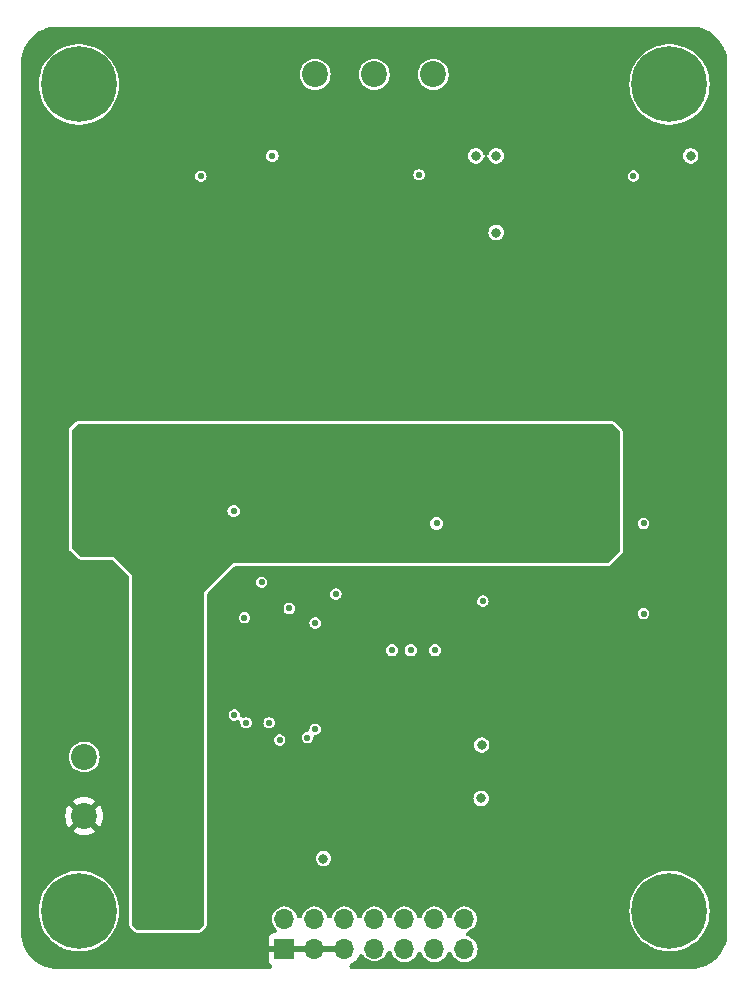
<source format=gbr>
%TF.GenerationSoftware,KiCad,Pcbnew,7.0.7*%
%TF.CreationDate,2024-02-22T20:28:59+08:00*%
%TF.ProjectId,hardware,68617264-7761-4726-952e-6b696361645f,rev?*%
%TF.SameCoordinates,Original*%
%TF.FileFunction,Copper,L4,Bot*%
%TF.FilePolarity,Positive*%
%FSLAX46Y46*%
G04 Gerber Fmt 4.6, Leading zero omitted, Abs format (unit mm)*
G04 Created by KiCad (PCBNEW 7.0.7) date 2024-02-22 20:28:59*
%MOMM*%
%LPD*%
G01*
G04 APERTURE LIST*
%TA.AperFunction,ComponentPad*%
%ADD10C,2.200000*%
%TD*%
%TA.AperFunction,ComponentPad*%
%ADD11C,0.800000*%
%TD*%
%TA.AperFunction,ComponentPad*%
%ADD12C,6.400000*%
%TD*%
%TA.AperFunction,ComponentPad*%
%ADD13R,1.700000X1.700000*%
%TD*%
%TA.AperFunction,ComponentPad*%
%ADD14O,1.700000X1.700000*%
%TD*%
%TA.AperFunction,ViaPad*%
%ADD15C,0.800000*%
%TD*%
%TA.AperFunction,ViaPad*%
%ADD16C,0.550000*%
%TD*%
G04 APERTURE END LIST*
D10*
%TO.P,U6,1,1*%
%TO.N,/Bridge/IA_N*%
X138200000Y-66050000D03*
%TO.P,U6,2,2*%
%TO.N,/Bridge/IB_N*%
X143200000Y-66050000D03*
%TO.P,U6,3,3*%
%TO.N,/Bridge/IC_N*%
X148200000Y-66050000D03*
%TD*%
D11*
%TO.P,H1,1,1*%
%TO.N,unconnected-(H1-Pad1)*%
X115800000Y-136900000D03*
X116502944Y-135202944D03*
X116502944Y-138597056D03*
X118200000Y-134500000D03*
D12*
X118200000Y-136900000D03*
D11*
X118200000Y-139300000D03*
X119897056Y-135202944D03*
X119897056Y-138597056D03*
X120600000Y-136900000D03*
%TD*%
%TO.P,H2,1,1*%
%TO.N,unconnected-(H2-Pad1)*%
X165800000Y-66900000D03*
X166502944Y-65202944D03*
X166502944Y-68597056D03*
X168200000Y-64500000D03*
D12*
X168200000Y-66900000D03*
D11*
X168200000Y-69300000D03*
X169897056Y-65202944D03*
X169897056Y-68597056D03*
X170600000Y-66900000D03*
%TD*%
%TO.P,H4,1,1*%
%TO.N,unconnected-(H4-Pad1)*%
X165800000Y-136900000D03*
X166502944Y-135202944D03*
X166502944Y-138597056D03*
X168200000Y-134500000D03*
D12*
X168200000Y-136900000D03*
D11*
X168200000Y-139300000D03*
X169897056Y-135202944D03*
X169897056Y-138597056D03*
X170600000Y-136900000D03*
%TD*%
D10*
%TO.P,U4,1,1*%
%TO.N,/power/VIN*%
X118650000Y-123842500D03*
%TO.P,U4,2,2*%
%TO.N,GND*%
X118650000Y-128842500D03*
%TD*%
D11*
%TO.P,H3,1,1*%
%TO.N,unconnected-(H3-Pad1)*%
X115800000Y-66900000D03*
X116502944Y-65202944D03*
X116502944Y-68597056D03*
X118200000Y-64500000D03*
D12*
X118200000Y-66900000D03*
D11*
X118200000Y-69300000D03*
X119897056Y-65202944D03*
X119897056Y-68597056D03*
X120600000Y-66900000D03*
%TD*%
D13*
%TO.P,J2,1,Pin_1*%
%TO.N,GND*%
X135600000Y-140100000D03*
D14*
%TO.P,J2,2,Pin_2*%
%TO.N,/Bridge/PWM1*%
X135600000Y-137560000D03*
%TO.P,J2,3,Pin_3*%
%TO.N,GND*%
X138140000Y-140100000D03*
%TO.P,J2,4,Pin_4*%
%TO.N,/Bridge/PWM2*%
X138140000Y-137560000D03*
%TO.P,J2,5,Pin_5*%
%TO.N,GND*%
X140680000Y-140100000D03*
%TO.P,J2,6,Pin_6*%
%TO.N,/Bridge/PWM3*%
X140680000Y-137560000D03*
%TO.P,J2,7,Pin_7*%
%TO.N,unconnected-(J2-Pin_7-Pad7)*%
X143220000Y-140100000D03*
%TO.P,J2,8,Pin_8*%
%TO.N,unconnected-(J2-Pin_8-Pad8)*%
X143220000Y-137560000D03*
%TO.P,J2,9,Pin_9*%
%TO.N,+5V*%
X145760000Y-140100000D03*
%TO.P,J2,10,Pin_10*%
%TO.N,/interface/IA_OUT*%
X145760000Y-137560000D03*
%TO.P,J2,11,Pin_11*%
%TO.N,+5V*%
X148300000Y-140100000D03*
%TO.P,J2,12,Pin_12*%
%TO.N,/interface/IB_OUT*%
X148300000Y-137560000D03*
%TO.P,J2,13,Pin_13*%
%TO.N,+5V*%
X150840000Y-140100000D03*
%TO.P,J2,14,Pin_14*%
%TO.N,/interface/IC_OUT*%
X150840000Y-137560000D03*
%TD*%
D15*
%TO.N,GND*%
X157075000Y-87400000D03*
D16*
X167100000Y-123500000D03*
D15*
X155700000Y-109500000D03*
D16*
X148275000Y-74575000D03*
X164350000Y-121650000D03*
D15*
X137525000Y-91125000D03*
D16*
X137250000Y-109350000D03*
D15*
X131550000Y-110450000D03*
X150050000Y-108375000D03*
D16*
X165300000Y-121725000D03*
X137475000Y-118275000D03*
D15*
X157075000Y-90000000D03*
X155775000Y-90000000D03*
X157075000Y-88700000D03*
X155775000Y-86100000D03*
X155775000Y-92600000D03*
X118500000Y-110625000D03*
X155700000Y-108300000D03*
X137525000Y-88525000D03*
X120275000Y-92375000D03*
X118975000Y-91075000D03*
X157075000Y-92600000D03*
D16*
X154850000Y-113250000D03*
D15*
X167525000Y-108525000D03*
X118975000Y-87175000D03*
D16*
X154825000Y-122900000D03*
D15*
X148950000Y-108400000D03*
X118975000Y-92375000D03*
X155775000Y-91300000D03*
X137525000Y-92425000D03*
X118525000Y-109275000D03*
X155775000Y-87400000D03*
D16*
X151875000Y-74425000D03*
D15*
X118550000Y-108000000D03*
X167525000Y-109775000D03*
X167525000Y-107375000D03*
X120275000Y-88475000D03*
X150050000Y-109500000D03*
X157075000Y-91300000D03*
X137525000Y-89825000D03*
X138825000Y-87225000D03*
X120275000Y-85875000D03*
X120275000Y-91075000D03*
D16*
X137500000Y-124275000D03*
X137250000Y-108650000D03*
D15*
X138825000Y-92425000D03*
D16*
X149550000Y-129900000D03*
D15*
X138825000Y-88525000D03*
X137525000Y-85925000D03*
D16*
X158200000Y-126500000D03*
D15*
X131500000Y-109375000D03*
D16*
X145550000Y-126400000D03*
D15*
X138825000Y-89825000D03*
D16*
X137250000Y-107950000D03*
D15*
X131500000Y-108425000D03*
D16*
X146275000Y-126350000D03*
D15*
X118975000Y-85875000D03*
X118975000Y-88475000D03*
X138825000Y-91125000D03*
D16*
X147025000Y-77575000D03*
D15*
X148950000Y-109525000D03*
X155775000Y-88700000D03*
X138825000Y-85925000D03*
X157075000Y-86100000D03*
X137525000Y-87225000D03*
X120275000Y-87175000D03*
X118975000Y-89775000D03*
X120275000Y-89775000D03*
D16*
X153625000Y-122850000D03*
D15*
%TO.N,+5V*%
X152300000Y-122825000D03*
X152250000Y-127350000D03*
%TO.N,VDC*%
X122850000Y-104650000D03*
X125000000Y-136925000D03*
X123700000Y-134700000D03*
X122850000Y-102800000D03*
X139000000Y-97500000D03*
X137800000Y-99350000D03*
X125000000Y-130200000D03*
X125000000Y-127825000D03*
X137800000Y-101100000D03*
X121650000Y-99300000D03*
X143800000Y-97500000D03*
X157300000Y-97500000D03*
X159700000Y-102850000D03*
X141400000Y-97500000D03*
X158500000Y-101100000D03*
X126300000Y-132400000D03*
X142600000Y-104700000D03*
X119250000Y-101050000D03*
X142600000Y-97500000D03*
X119250000Y-104650000D03*
X157300000Y-104700000D03*
X157300000Y-101100000D03*
X159700000Y-101100000D03*
X127600000Y-130200000D03*
X158500000Y-102850000D03*
X121650000Y-102800000D03*
X141400000Y-101100000D03*
X125000000Y-134700000D03*
X156100000Y-104700000D03*
X126300000Y-130200000D03*
X143800000Y-102850000D03*
X157300000Y-102850000D03*
X121650000Y-101050000D03*
X139000000Y-101100000D03*
X125000000Y-132400000D03*
X127600000Y-134700000D03*
X143800000Y-104700000D03*
X160900000Y-99350000D03*
X123700000Y-132400000D03*
X124050000Y-102800000D03*
X120450000Y-99300000D03*
X123700000Y-130200000D03*
X142600000Y-102850000D03*
X127600000Y-127825000D03*
X125250000Y-97450000D03*
X137800000Y-104700000D03*
X162100000Y-99350000D03*
X141400000Y-99350000D03*
X121650000Y-97450000D03*
X137800000Y-102850000D03*
X124050000Y-97450000D03*
X125250000Y-99300000D03*
X142600000Y-101100000D03*
X158500000Y-99350000D03*
X158500000Y-97500000D03*
X143800000Y-99350000D03*
X160900000Y-102850000D03*
X121650000Y-104650000D03*
X119250000Y-102800000D03*
X162100000Y-102850000D03*
X126300000Y-127825000D03*
X158500000Y-104700000D03*
X125250000Y-101050000D03*
X159700000Y-104700000D03*
X124050000Y-104650000D03*
X141400000Y-104700000D03*
X138900000Y-132450000D03*
X142600000Y-99350000D03*
X123700000Y-127825000D03*
X143800000Y-101100000D03*
X125250000Y-104650000D03*
X122850000Y-99300000D03*
X127600000Y-132400000D03*
X156100000Y-97500000D03*
X141400000Y-102850000D03*
X140200000Y-99350000D03*
X120450000Y-104650000D03*
X160900000Y-97500000D03*
X124050000Y-99300000D03*
X139000000Y-104700000D03*
X160900000Y-101100000D03*
X139000000Y-102850000D03*
X122850000Y-97450000D03*
X156100000Y-102850000D03*
X156100000Y-101100000D03*
X140200000Y-101100000D03*
X162100000Y-97500000D03*
X139000000Y-99350000D03*
X159700000Y-97500000D03*
X140200000Y-102850000D03*
X125250000Y-102800000D03*
X140200000Y-97500000D03*
X119250000Y-99300000D03*
X156100000Y-99350000D03*
X127600000Y-136925000D03*
X126300000Y-136925000D03*
X119250000Y-97450000D03*
X159700000Y-99350000D03*
X120450000Y-97450000D03*
X162100000Y-104700000D03*
X124050000Y-101050000D03*
X162100000Y-101100000D03*
X120450000Y-101050000D03*
X140200000Y-104700000D03*
X122850000Y-101050000D03*
X137800000Y-97500000D03*
X120450000Y-102800000D03*
X160900000Y-104700000D03*
X157300000Y-99350000D03*
X123700000Y-136925000D03*
X126300000Y-134700000D03*
%TO.N,+3.3V*%
X153525000Y-72950000D03*
D16*
X144700000Y-114800000D03*
D15*
X151800000Y-72950000D03*
D16*
X148350000Y-114800000D03*
D15*
X153525000Y-79450000D03*
D16*
X134575000Y-72950000D03*
D15*
X170000000Y-72950000D03*
D16*
X146300000Y-114800000D03*
%TO.N,/Bridge/UA*%
X131300000Y-103025000D03*
X133675000Y-109050000D03*
%TO.N,/Bridge/UB*%
X148475000Y-104075000D03*
X136000000Y-111275000D03*
%TO.N,/Bridge/UC*%
X166000000Y-104075000D03*
X166000000Y-111700000D03*
%TO.N,+12V*%
X135200000Y-122400000D03*
X131350000Y-120300000D03*
%TO.N,/interface/IA_OUT*%
X128525000Y-74675000D03*
%TO.N,/interface/IB_OUT*%
X147000000Y-74550000D03*
%TO.N,/interface/IC_OUT*%
X165150000Y-74650000D03*
%TO.N,/Bridge/LO1*%
X132200000Y-112050000D03*
X138200000Y-112500000D03*
%TO.N,/Bridge/LO2*%
X138200000Y-121500000D03*
X139950000Y-110050000D03*
%TO.N,/Bridge/LO3*%
X152400000Y-110650000D03*
X137550000Y-122200000D03*
%TO.N,/Bridge/PWM1*%
X134300000Y-120950000D03*
X132350000Y-120950000D03*
%TD*%
%TA.AperFunction,Conductor*%
%TO.N,VDC*%
G36*
X163365677Y-95669685D02*
G01*
X163386319Y-95686319D01*
X163988681Y-96288681D01*
X164022166Y-96350004D01*
X164025000Y-96376362D01*
X164025000Y-106373638D01*
X164005315Y-106440677D01*
X163988681Y-106461319D01*
X163086319Y-107363681D01*
X163024996Y-107397166D01*
X162998638Y-107400000D01*
X131299999Y-107400000D01*
X128800000Y-109899999D01*
X128800000Y-137948638D01*
X128780315Y-138015677D01*
X128763681Y-138036319D01*
X128336319Y-138463681D01*
X128274996Y-138497166D01*
X128248638Y-138500000D01*
X123176362Y-138500000D01*
X123109323Y-138480315D01*
X123088681Y-138463681D01*
X123088680Y-138463680D01*
X122761316Y-138136316D01*
X122727833Y-138074996D01*
X122725000Y-138048647D01*
X122725000Y-108450000D01*
X121150000Y-106875000D01*
X118351362Y-106875000D01*
X118284323Y-106855315D01*
X118263681Y-106838681D01*
X117611319Y-106186319D01*
X117577834Y-106124996D01*
X117575000Y-106098638D01*
X117575000Y-104075000D01*
X147944965Y-104075000D01*
X147963026Y-104212181D01*
X147963027Y-104212186D01*
X148015974Y-104340015D01*
X148015975Y-104340017D01*
X148015976Y-104340018D01*
X148100209Y-104449791D01*
X148209982Y-104534024D01*
X148337817Y-104586974D01*
X148460702Y-104603152D01*
X148474999Y-104605035D01*
X148475000Y-104605035D01*
X148475001Y-104605035D01*
X148487947Y-104603330D01*
X148612183Y-104586974D01*
X148740018Y-104534024D01*
X148849791Y-104449791D01*
X148934024Y-104340018D01*
X148986974Y-104212183D01*
X149005035Y-104075000D01*
X148986974Y-103937817D01*
X148934024Y-103809983D01*
X148849791Y-103700209D01*
X148849789Y-103700208D01*
X148849789Y-103700207D01*
X148740015Y-103615974D01*
X148612186Y-103563027D01*
X148612184Y-103563026D01*
X148612183Y-103563026D01*
X148520727Y-103550985D01*
X148475001Y-103544965D01*
X148474999Y-103544965D01*
X148406408Y-103553995D01*
X148337817Y-103563026D01*
X148337816Y-103563026D01*
X148337813Y-103563027D01*
X148209985Y-103615974D01*
X148100209Y-103700209D01*
X148015974Y-103809985D01*
X147963027Y-103937813D01*
X147963026Y-103937818D01*
X147944965Y-104074999D01*
X147944965Y-104075000D01*
X117575000Y-104075000D01*
X117575000Y-103025000D01*
X130769965Y-103025000D01*
X130788026Y-103162181D01*
X130788027Y-103162186D01*
X130840974Y-103290015D01*
X130840975Y-103290017D01*
X130840976Y-103290018D01*
X130925209Y-103399791D01*
X131034982Y-103484024D01*
X131162817Y-103536974D01*
X131285702Y-103553152D01*
X131299999Y-103555035D01*
X131300000Y-103555035D01*
X131300001Y-103555035D01*
X131312947Y-103553330D01*
X131437183Y-103536974D01*
X131565018Y-103484024D01*
X131674791Y-103399791D01*
X131759024Y-103290018D01*
X131811974Y-103162183D01*
X131830035Y-103025000D01*
X131811974Y-102887817D01*
X131759024Y-102759983D01*
X131674791Y-102650209D01*
X131674789Y-102650208D01*
X131674789Y-102650207D01*
X131565015Y-102565974D01*
X131437186Y-102513027D01*
X131437184Y-102513026D01*
X131437183Y-102513026D01*
X131345727Y-102500985D01*
X131300001Y-102494965D01*
X131299999Y-102494965D01*
X131231408Y-102503995D01*
X131162817Y-102513026D01*
X131162816Y-102513026D01*
X131162813Y-102513027D01*
X131034985Y-102565974D01*
X130925209Y-102650209D01*
X130840974Y-102759985D01*
X130788027Y-102887813D01*
X130788026Y-102887818D01*
X130769965Y-103024999D01*
X130769965Y-103025000D01*
X117575000Y-103025000D01*
X117575000Y-96251362D01*
X117594685Y-96184323D01*
X117611319Y-96163681D01*
X118088681Y-95686319D01*
X118150004Y-95652834D01*
X118176362Y-95650000D01*
X163298638Y-95650000D01*
X163365677Y-95669685D01*
G37*
%TD.AperFunction*%
%TD*%
%TA.AperFunction,Conductor*%
%TO.N,GND*%
G36*
X170003252Y-62000671D02*
G01*
X170168284Y-62009319D01*
X170317479Y-62017138D01*
X170330437Y-62018500D01*
X170637982Y-62067212D01*
X170650713Y-62069917D01*
X170951503Y-62150513D01*
X170963882Y-62154535D01*
X171254594Y-62266129D01*
X171266488Y-62271425D01*
X171543940Y-62412794D01*
X171555223Y-62419308D01*
X171816384Y-62588908D01*
X171826907Y-62596555D01*
X172068890Y-62792509D01*
X172078581Y-62801235D01*
X172298764Y-63021418D01*
X172307490Y-63031109D01*
X172503438Y-63273084D01*
X172511093Y-63283619D01*
X172651288Y-63499500D01*
X172680689Y-63544773D01*
X172687209Y-63556065D01*
X172719089Y-63618633D01*
X172828571Y-63833505D01*
X172833873Y-63845414D01*
X172851449Y-63891201D01*
X172945458Y-64136100D01*
X172949488Y-64148503D01*
X173030079Y-64449275D01*
X173032790Y-64462031D01*
X173081498Y-64769560D01*
X173082861Y-64782529D01*
X173099329Y-65096747D01*
X173099500Y-65103264D01*
X173099500Y-138696735D01*
X173099329Y-138703252D01*
X173082861Y-139017470D01*
X173081498Y-139030439D01*
X173032790Y-139337968D01*
X173030079Y-139350724D01*
X172949488Y-139651496D01*
X172945458Y-139663899D01*
X172833875Y-139954581D01*
X172828571Y-139966494D01*
X172687210Y-140243932D01*
X172680689Y-140255226D01*
X172578194Y-140413055D01*
X172519162Y-140503957D01*
X172511104Y-140516365D01*
X172503438Y-140526915D01*
X172307490Y-140768890D01*
X172298764Y-140778581D01*
X172078581Y-140998764D01*
X172068890Y-141007490D01*
X171826915Y-141203438D01*
X171816371Y-141211099D01*
X171727998Y-141268490D01*
X171555226Y-141380689D01*
X171543932Y-141387210D01*
X171266494Y-141528571D01*
X171254581Y-141533875D01*
X170963899Y-141645458D01*
X170951496Y-141649488D01*
X170650724Y-141730079D01*
X170637968Y-141732790D01*
X170330439Y-141781498D01*
X170317470Y-141782861D01*
X170003253Y-141799329D01*
X169996736Y-141799500D01*
X141352949Y-141799500D01*
X141257661Y-141780546D01*
X141176879Y-141726570D01*
X141122903Y-141645788D01*
X141103949Y-141550500D01*
X141122903Y-141455212D01*
X141176879Y-141374430D01*
X141247717Y-141324829D01*
X141357576Y-141273600D01*
X141551076Y-141138110D01*
X141718110Y-140971076D01*
X141853601Y-140777574D01*
X141893512Y-140691986D01*
X141950960Y-140613636D01*
X142034019Y-140563234D01*
X142130043Y-140548454D01*
X142224414Y-140571546D01*
X142302764Y-140628994D01*
X142338781Y-140679839D01*
X142342315Y-140686450D01*
X142473583Y-140846403D01*
X142473596Y-140846416D01*
X142633547Y-140977683D01*
X142633548Y-140977683D01*
X142633550Y-140977685D01*
X142816046Y-141075232D01*
X143014066Y-141135300D01*
X143220000Y-141155583D01*
X143425934Y-141135300D01*
X143623954Y-141075232D01*
X143806450Y-140977685D01*
X143937602Y-140870052D01*
X143966403Y-140846416D01*
X143966404Y-140846414D01*
X143966410Y-140846410D01*
X143967910Y-140844583D01*
X144030029Y-140768890D01*
X144097685Y-140686450D01*
X144195232Y-140503954D01*
X144225641Y-140403706D01*
X144271436Y-140318030D01*
X144346537Y-140256395D01*
X144439509Y-140228191D01*
X144536196Y-140237713D01*
X144621879Y-140283511D01*
X144683514Y-140358612D01*
X144703411Y-140407848D01*
X144729417Y-140499250D01*
X144729418Y-140499251D01*
X144820323Y-140681815D01*
X144820325Y-140681818D01*
X144820327Y-140681821D01*
X144931324Y-140828805D01*
X144943239Y-140844583D01*
X145093957Y-140981980D01*
X145148219Y-141015577D01*
X145267363Y-141089348D01*
X145457544Y-141163024D01*
X145591197Y-141188007D01*
X145658022Y-141200500D01*
X145658024Y-141200500D01*
X145861977Y-141200500D01*
X145895389Y-141194254D01*
X146062456Y-141163024D01*
X146252637Y-141089348D01*
X146426041Y-140981981D01*
X146481742Y-140931203D01*
X146576760Y-140844583D01*
X146576760Y-140844581D01*
X146576764Y-140844579D01*
X146699673Y-140681821D01*
X146790582Y-140499250D01*
X146790583Y-140499244D01*
X146794740Y-140488517D01*
X146795910Y-140488970D01*
X146834813Y-140413055D01*
X146908835Y-140350129D01*
X147001304Y-140320320D01*
X147098142Y-140328166D01*
X147184606Y-140372474D01*
X147247532Y-140446496D01*
X147264982Y-140488624D01*
X147265260Y-140488517D01*
X147269418Y-140499251D01*
X147360323Y-140681815D01*
X147360325Y-140681818D01*
X147360327Y-140681821D01*
X147471324Y-140828805D01*
X147483239Y-140844583D01*
X147633957Y-140981980D01*
X147688219Y-141015577D01*
X147807363Y-141089348D01*
X147997544Y-141163024D01*
X148131197Y-141188007D01*
X148198022Y-141200500D01*
X148198024Y-141200500D01*
X148401977Y-141200500D01*
X148435389Y-141194254D01*
X148602456Y-141163024D01*
X148792637Y-141089348D01*
X148966041Y-140981981D01*
X149021742Y-140931203D01*
X149116760Y-140844583D01*
X149116760Y-140844581D01*
X149116764Y-140844579D01*
X149239673Y-140681821D01*
X149330582Y-140499250D01*
X149330583Y-140499244D01*
X149334740Y-140488517D01*
X149335910Y-140488970D01*
X149374813Y-140413055D01*
X149448835Y-140350129D01*
X149541304Y-140320320D01*
X149638142Y-140328166D01*
X149724606Y-140372474D01*
X149787532Y-140446496D01*
X149804982Y-140488624D01*
X149805260Y-140488517D01*
X149809418Y-140499251D01*
X149900323Y-140681815D01*
X149900325Y-140681818D01*
X149900327Y-140681821D01*
X150011324Y-140828805D01*
X150023239Y-140844583D01*
X150173957Y-140981980D01*
X150228219Y-141015577D01*
X150347363Y-141089348D01*
X150537544Y-141163024D01*
X150671197Y-141188007D01*
X150738022Y-141200500D01*
X150738024Y-141200500D01*
X150941977Y-141200500D01*
X150975389Y-141194254D01*
X151142456Y-141163024D01*
X151332637Y-141089348D01*
X151506041Y-140981981D01*
X151561742Y-140931203D01*
X151656760Y-140844583D01*
X151656760Y-140844581D01*
X151656764Y-140844579D01*
X151779673Y-140681821D01*
X151870582Y-140499250D01*
X151926397Y-140303083D01*
X151945215Y-140100000D01*
X151926397Y-139896917D01*
X151924473Y-139890156D01*
X151895108Y-139786948D01*
X151870582Y-139700750D01*
X151857784Y-139675048D01*
X151779676Y-139518184D01*
X151779674Y-139518182D01*
X151779673Y-139518179D01*
X151656764Y-139355421D01*
X151656763Y-139355420D01*
X151656760Y-139355416D01*
X151506042Y-139218019D01*
X151332640Y-139110653D01*
X151133984Y-139033694D01*
X151051977Y-138981597D01*
X150996149Y-138902084D01*
X150974999Y-138807259D01*
X150991747Y-138711559D01*
X151043844Y-138629552D01*
X151123357Y-138573724D01*
X151151636Y-138563235D01*
X151243954Y-138535232D01*
X151426450Y-138437685D01*
X151573529Y-138316981D01*
X151586403Y-138306416D01*
X151586406Y-138306413D01*
X151586410Y-138306410D01*
X151717685Y-138146450D01*
X151815232Y-137963954D01*
X151875300Y-137765934D01*
X151895583Y-137560000D01*
X151875300Y-137354066D01*
X151815232Y-137156046D01*
X151717685Y-136973550D01*
X151717683Y-136973547D01*
X151657324Y-136899999D01*
X164794506Y-136899999D01*
X164814468Y-137268192D01*
X164814468Y-137268196D01*
X164814469Y-137268199D01*
X164873852Y-137630412D01*
X164874125Y-137632079D01*
X164874127Y-137632088D01*
X164972773Y-137987381D01*
X164972776Y-137987388D01*
X165109253Y-138329923D01*
X165109256Y-138329930D01*
X165281976Y-138655713D01*
X165281981Y-138655722D01*
X165488908Y-138960915D01*
X165727621Y-139241950D01*
X165727625Y-139241954D01*
X165727627Y-139241956D01*
X165995330Y-139495538D01*
X166288881Y-139718690D01*
X166604838Y-139908795D01*
X166604842Y-139908797D01*
X166604844Y-139908798D01*
X166604846Y-139908799D01*
X166716985Y-139960680D01*
X166939497Y-140063625D01*
X167288934Y-140181364D01*
X167501671Y-140228191D01*
X167649046Y-140260631D01*
X167649049Y-140260631D01*
X167649052Y-140260632D01*
X167747225Y-140271309D01*
X168015624Y-140300500D01*
X168015630Y-140300500D01*
X168384376Y-140300500D01*
X168600119Y-140277035D01*
X168750948Y-140260632D01*
X169111066Y-140181364D01*
X169460503Y-140063625D01*
X169795162Y-139908795D01*
X170111119Y-139718690D01*
X170404670Y-139495538D01*
X170672373Y-139241956D01*
X170911090Y-138960917D01*
X171118022Y-138655716D01*
X171290743Y-138329930D01*
X171295903Y-138316981D01*
X171363848Y-138146450D01*
X171427227Y-137987379D01*
X171525875Y-137632081D01*
X171585531Y-137268199D01*
X171605494Y-136900000D01*
X171585531Y-136531801D01*
X171525875Y-136167919D01*
X171427227Y-135812621D01*
X171423803Y-135804029D01*
X171290746Y-135470076D01*
X171290743Y-135470069D01*
X171118023Y-135144286D01*
X171118018Y-135144277D01*
X170911091Y-134839084D01*
X170672378Y-134558049D01*
X170672373Y-134558044D01*
X170404670Y-134304462D01*
X170111119Y-134081310D01*
X169795162Y-133891205D01*
X169795160Y-133891204D01*
X169795155Y-133891201D01*
X169795153Y-133891200D01*
X169460514Y-133736380D01*
X169460498Y-133736373D01*
X169347884Y-133698429D01*
X169111066Y-133618636D01*
X169111055Y-133618633D01*
X169111053Y-133618633D01*
X168750953Y-133539368D01*
X168750954Y-133539368D01*
X168384376Y-133499500D01*
X168384370Y-133499500D01*
X168015630Y-133499500D01*
X168015624Y-133499500D01*
X167649046Y-133539368D01*
X167288946Y-133618633D01*
X167288940Y-133618634D01*
X167288934Y-133618636D01*
X167172455Y-133657882D01*
X166939501Y-133736373D01*
X166939485Y-133736380D01*
X166604846Y-133891200D01*
X166604844Y-133891201D01*
X166288880Y-134081310D01*
X165995330Y-134304462D01*
X165727621Y-134558049D01*
X165488908Y-134839084D01*
X165281981Y-135144277D01*
X165281976Y-135144286D01*
X165109256Y-135470069D01*
X165109253Y-135470076D01*
X164972776Y-135812611D01*
X164972773Y-135812618D01*
X164874127Y-136167911D01*
X164874125Y-136167919D01*
X164818959Y-136504417D01*
X164814469Y-136531802D01*
X164814468Y-136531807D01*
X164794506Y-136899999D01*
X151657324Y-136899999D01*
X151586416Y-136813596D01*
X151586403Y-136813583D01*
X151426452Y-136682316D01*
X151243955Y-136584768D01*
X151045934Y-136524700D01*
X150840000Y-136504417D01*
X150839999Y-136504417D01*
X150634065Y-136524700D01*
X150436044Y-136584768D01*
X150253547Y-136682316D01*
X150093596Y-136813583D01*
X150093583Y-136813596D01*
X149962316Y-136973547D01*
X149864768Y-137156044D01*
X149808278Y-137342270D01*
X149762480Y-137427953D01*
X149687378Y-137489587D01*
X149594406Y-137517790D01*
X149497719Y-137508267D01*
X149412036Y-137462469D01*
X149350402Y-137387367D01*
X149331722Y-137342270D01*
X149275231Y-137156044D01*
X149177683Y-136973547D01*
X149046416Y-136813596D01*
X149046403Y-136813583D01*
X148886452Y-136682316D01*
X148703955Y-136584768D01*
X148505934Y-136524700D01*
X148300000Y-136504417D01*
X148094065Y-136524700D01*
X147896044Y-136584768D01*
X147713547Y-136682316D01*
X147553596Y-136813583D01*
X147553583Y-136813596D01*
X147422316Y-136973547D01*
X147324768Y-137156044D01*
X147268278Y-137342270D01*
X147222480Y-137427953D01*
X147147378Y-137489587D01*
X147054406Y-137517790D01*
X146957719Y-137508267D01*
X146872036Y-137462469D01*
X146810402Y-137387367D01*
X146791722Y-137342270D01*
X146735231Y-137156044D01*
X146637683Y-136973547D01*
X146506416Y-136813596D01*
X146506403Y-136813583D01*
X146346452Y-136682316D01*
X146163955Y-136584768D01*
X145965934Y-136524700D01*
X145965933Y-136524700D01*
X145760000Y-136504417D01*
X145759999Y-136504417D01*
X145554065Y-136524700D01*
X145356044Y-136584768D01*
X145173547Y-136682316D01*
X145013596Y-136813583D01*
X145013583Y-136813596D01*
X144882316Y-136973547D01*
X144784768Y-137156044D01*
X144728278Y-137342270D01*
X144682480Y-137427953D01*
X144607378Y-137489587D01*
X144514406Y-137517790D01*
X144417719Y-137508267D01*
X144332036Y-137462469D01*
X144270402Y-137387367D01*
X144251722Y-137342270D01*
X144195231Y-137156044D01*
X144097683Y-136973547D01*
X143966416Y-136813596D01*
X143966403Y-136813583D01*
X143806452Y-136682316D01*
X143623955Y-136584768D01*
X143425934Y-136524700D01*
X143220000Y-136504417D01*
X143014065Y-136524700D01*
X142816044Y-136584768D01*
X142633547Y-136682316D01*
X142473596Y-136813583D01*
X142473583Y-136813596D01*
X142342316Y-136973547D01*
X142244768Y-137156044D01*
X142188278Y-137342270D01*
X142142480Y-137427953D01*
X142067378Y-137489587D01*
X141974406Y-137517790D01*
X141877719Y-137508267D01*
X141792036Y-137462469D01*
X141730402Y-137387367D01*
X141711722Y-137342270D01*
X141655231Y-137156044D01*
X141557683Y-136973547D01*
X141426416Y-136813596D01*
X141426403Y-136813583D01*
X141266452Y-136682316D01*
X141083955Y-136584768D01*
X140885934Y-136524700D01*
X140680000Y-136504417D01*
X140474065Y-136524700D01*
X140276044Y-136584768D01*
X140093547Y-136682316D01*
X139933596Y-136813583D01*
X139933583Y-136813596D01*
X139802316Y-136973547D01*
X139704768Y-137156044D01*
X139648278Y-137342270D01*
X139602480Y-137427953D01*
X139527378Y-137489587D01*
X139434406Y-137517790D01*
X139337719Y-137508267D01*
X139252036Y-137462469D01*
X139190402Y-137387367D01*
X139171722Y-137342270D01*
X139115231Y-137156044D01*
X139017683Y-136973547D01*
X138886416Y-136813596D01*
X138886403Y-136813583D01*
X138726452Y-136682316D01*
X138543955Y-136584768D01*
X138345934Y-136524700D01*
X138140000Y-136504417D01*
X137934065Y-136524700D01*
X137736044Y-136584768D01*
X137553547Y-136682316D01*
X137393596Y-136813583D01*
X137393583Y-136813596D01*
X137262316Y-136973547D01*
X137164768Y-137156044D01*
X137108278Y-137342270D01*
X137062480Y-137427953D01*
X136987378Y-137489587D01*
X136894406Y-137517790D01*
X136797719Y-137508267D01*
X136712036Y-137462469D01*
X136650402Y-137387367D01*
X136631722Y-137342270D01*
X136575231Y-137156044D01*
X136477683Y-136973547D01*
X136346416Y-136813596D01*
X136346403Y-136813583D01*
X136186452Y-136682316D01*
X136003955Y-136584768D01*
X135805934Y-136524700D01*
X135600000Y-136504417D01*
X135394065Y-136524700D01*
X135196044Y-136584768D01*
X135013547Y-136682316D01*
X134853596Y-136813583D01*
X134853583Y-136813596D01*
X134722316Y-136973547D01*
X134624768Y-137156044D01*
X134564700Y-137354065D01*
X134544417Y-137560000D01*
X134564700Y-137765934D01*
X134624768Y-137963955D01*
X134722316Y-138146452D01*
X134853583Y-138306403D01*
X134853593Y-138306413D01*
X134856158Y-138308518D01*
X134858263Y-138311083D01*
X134862240Y-138315060D01*
X134861848Y-138315451D01*
X134917794Y-138383619D01*
X134945998Y-138476590D01*
X134936476Y-138573277D01*
X134890679Y-138658961D01*
X134815578Y-138720597D01*
X134722607Y-138748801D01*
X134708825Y-138749477D01*
X134708834Y-138749643D01*
X134702167Y-138750000D01*
X134642628Y-138756401D01*
X134642621Y-138756403D01*
X134507912Y-138806646D01*
X134392812Y-138892810D01*
X134392810Y-138892812D01*
X134306646Y-139007912D01*
X134256403Y-139142621D01*
X134256401Y-139142628D01*
X134250000Y-139202167D01*
X134250000Y-139849999D01*
X134250001Y-139850000D01*
X134851000Y-139850000D01*
X134946288Y-139868954D01*
X135027070Y-139922930D01*
X135081046Y-140003712D01*
X135100000Y-140099000D01*
X135100000Y-140101000D01*
X135081046Y-140196288D01*
X135027070Y-140277070D01*
X134946288Y-140331046D01*
X134851000Y-140350000D01*
X134250001Y-140350000D01*
X134250000Y-140350001D01*
X134250000Y-140997832D01*
X134256401Y-141057371D01*
X134256403Y-141057378D01*
X134306646Y-141192087D01*
X134392810Y-141307187D01*
X134392816Y-141307193D01*
X134451557Y-141351167D01*
X134516480Y-141423445D01*
X134548801Y-141515066D01*
X134543600Y-141612082D01*
X134501668Y-141699722D01*
X134429390Y-141764645D01*
X134337769Y-141796966D01*
X134302335Y-141799500D01*
X116403264Y-141799500D01*
X116396747Y-141799329D01*
X116082529Y-141782861D01*
X116069560Y-141781498D01*
X115762031Y-141732790D01*
X115749275Y-141730079D01*
X115448503Y-141649488D01*
X115436105Y-141645459D01*
X115145414Y-141533873D01*
X115133505Y-141528571D01*
X114856067Y-141387210D01*
X114844773Y-141380689D01*
X114731599Y-141307193D01*
X114583619Y-141211093D01*
X114573089Y-141203442D01*
X114331107Y-141007488D01*
X114321418Y-140998764D01*
X114101235Y-140778581D01*
X114092509Y-140768890D01*
X113896555Y-140526907D01*
X113888908Y-140516384D01*
X113719308Y-140255223D01*
X113712794Y-140243940D01*
X113571425Y-139966488D01*
X113566129Y-139954594D01*
X113454535Y-139663882D01*
X113450511Y-139651496D01*
X113450266Y-139650582D01*
X113369917Y-139350713D01*
X113367212Y-139337982D01*
X113318500Y-139030437D01*
X113317138Y-139017470D01*
X113311101Y-138902281D01*
X113300667Y-138703200D01*
X113300500Y-138696764D01*
X113300500Y-138673071D01*
X113300500Y-136899999D01*
X114794506Y-136899999D01*
X114814468Y-137268192D01*
X114814468Y-137268196D01*
X114814469Y-137268199D01*
X114873852Y-137630412D01*
X114874125Y-137632079D01*
X114874127Y-137632088D01*
X114972773Y-137987381D01*
X114972776Y-137987388D01*
X115109253Y-138329923D01*
X115109256Y-138329930D01*
X115281976Y-138655713D01*
X115281981Y-138655722D01*
X115488908Y-138960915D01*
X115727621Y-139241950D01*
X115727625Y-139241954D01*
X115727627Y-139241956D01*
X115995330Y-139495538D01*
X116288881Y-139718690D01*
X116604838Y-139908795D01*
X116604842Y-139908797D01*
X116604844Y-139908798D01*
X116604846Y-139908799D01*
X116716985Y-139960680D01*
X116939497Y-140063625D01*
X117288934Y-140181364D01*
X117501671Y-140228191D01*
X117649046Y-140260631D01*
X117649049Y-140260631D01*
X117649052Y-140260632D01*
X117747225Y-140271309D01*
X118015624Y-140300500D01*
X118015630Y-140300500D01*
X118384376Y-140300500D01*
X118600119Y-140277035D01*
X118750948Y-140260632D01*
X119111066Y-140181364D01*
X119460503Y-140063625D01*
X119795162Y-139908795D01*
X120111119Y-139718690D01*
X120404670Y-139495538D01*
X120672373Y-139241956D01*
X120911090Y-138960917D01*
X121118022Y-138655716D01*
X121290743Y-138329930D01*
X121295903Y-138316981D01*
X121363848Y-138146450D01*
X121427227Y-137987379D01*
X121525875Y-137632081D01*
X121585531Y-137268199D01*
X121605494Y-136900000D01*
X121585531Y-136531801D01*
X121525875Y-136167919D01*
X121427227Y-135812621D01*
X121423803Y-135804029D01*
X121290746Y-135470076D01*
X121290743Y-135470069D01*
X121118023Y-135144286D01*
X121118018Y-135144277D01*
X120911091Y-134839084D01*
X120672378Y-134558049D01*
X120672373Y-134558044D01*
X120404670Y-134304462D01*
X120111119Y-134081310D01*
X119795162Y-133891205D01*
X119795160Y-133891204D01*
X119795155Y-133891201D01*
X119795153Y-133891200D01*
X119460514Y-133736380D01*
X119460498Y-133736373D01*
X119347884Y-133698429D01*
X119111066Y-133618636D01*
X119111055Y-133618633D01*
X119111053Y-133618633D01*
X118750953Y-133539368D01*
X118750954Y-133539368D01*
X118384376Y-133499500D01*
X118384370Y-133499500D01*
X118015630Y-133499500D01*
X118015624Y-133499500D01*
X117649046Y-133539368D01*
X117288946Y-133618633D01*
X117288940Y-133618634D01*
X117288934Y-133618636D01*
X117172454Y-133657882D01*
X116939501Y-133736373D01*
X116939485Y-133736380D01*
X116604846Y-133891200D01*
X116604844Y-133891201D01*
X116288880Y-134081310D01*
X115995330Y-134304462D01*
X115727621Y-134558049D01*
X115488908Y-134839084D01*
X115281981Y-135144277D01*
X115281976Y-135144286D01*
X115109256Y-135470069D01*
X115109253Y-135470076D01*
X114972776Y-135812611D01*
X114972773Y-135812618D01*
X114874127Y-136167911D01*
X114874125Y-136167919D01*
X114818959Y-136504417D01*
X114814469Y-136531802D01*
X114814468Y-136531807D01*
X114794506Y-136899999D01*
X113300500Y-136899999D01*
X113300500Y-128842504D01*
X117045052Y-128842504D01*
X117064810Y-129093562D01*
X117064811Y-129093569D01*
X117123603Y-129338454D01*
X117123606Y-129338462D01*
X117219978Y-129571125D01*
X117351570Y-129785865D01*
X117351575Y-129785871D01*
X117352265Y-129786678D01*
X117800994Y-129337950D01*
X117881776Y-129283974D01*
X117977064Y-129265020D01*
X118072352Y-129283974D01*
X118153134Y-129337950D01*
X118163498Y-129348964D01*
X118164826Y-129350464D01*
X118213798Y-129434373D01*
X118226933Y-129530636D01*
X118202229Y-129624598D01*
X118154462Y-129691589D01*
X117705819Y-130140232D01*
X117706633Y-130140928D01*
X117706635Y-130140930D01*
X117921369Y-130272519D01*
X118154037Y-130368893D01*
X118154045Y-130368896D01*
X118398930Y-130427688D01*
X118398937Y-130427689D01*
X118649996Y-130447448D01*
X118650004Y-130447448D01*
X118901062Y-130427689D01*
X118901069Y-130427688D01*
X119145954Y-130368896D01*
X119145962Y-130368893D01*
X119378628Y-130272519D01*
X119593358Y-130140934D01*
X119593364Y-130140930D01*
X119594179Y-130140232D01*
X119145536Y-129691589D01*
X119091560Y-129610808D01*
X119072606Y-129515520D01*
X119091560Y-129420232D01*
X119135230Y-129350399D01*
X119136567Y-129348890D01*
X119213941Y-129290142D01*
X119307912Y-129265474D01*
X119404170Y-129278644D01*
X119488061Y-129327648D01*
X119499005Y-129337950D01*
X119947733Y-129786678D01*
X119948430Y-129785864D01*
X119948434Y-129785858D01*
X120080019Y-129571128D01*
X120176393Y-129338462D01*
X120176396Y-129338454D01*
X120235188Y-129093569D01*
X120235189Y-129093562D01*
X120254948Y-128842504D01*
X120254948Y-128842495D01*
X120235189Y-128591437D01*
X120235188Y-128591430D01*
X120176396Y-128346545D01*
X120176393Y-128346537D01*
X120080019Y-128113869D01*
X119948430Y-127899135D01*
X119948428Y-127899133D01*
X119947732Y-127898319D01*
X119499003Y-128347048D01*
X119418222Y-128401024D01*
X119322934Y-128419978D01*
X119227646Y-128401024D01*
X119146864Y-128347047D01*
X119136510Y-128336045D01*
X119135172Y-128334534D01*
X119086200Y-128250625D01*
X119073065Y-128154362D01*
X119097769Y-128060400D01*
X119145536Y-127993408D01*
X119594178Y-127544765D01*
X119594178Y-127544764D01*
X119593371Y-127544075D01*
X119593365Y-127544070D01*
X119378625Y-127412478D01*
X119145962Y-127316106D01*
X119145954Y-127316103D01*
X118901069Y-127257311D01*
X118901062Y-127257310D01*
X118650004Y-127237552D01*
X118649996Y-127237552D01*
X118398937Y-127257310D01*
X118398930Y-127257311D01*
X118154045Y-127316103D01*
X118154037Y-127316106D01*
X117921374Y-127412478D01*
X117706631Y-127544072D01*
X117705819Y-127544766D01*
X118154463Y-127993410D01*
X118208439Y-128074191D01*
X118227393Y-128169479D01*
X118208439Y-128264767D01*
X118164710Y-128334666D01*
X118163381Y-128336165D01*
X118085984Y-128394892D01*
X117992005Y-128419529D01*
X117895751Y-128406327D01*
X117811877Y-128357295D01*
X117800995Y-128347048D01*
X117352266Y-127898319D01*
X117351572Y-127899131D01*
X117219978Y-128113874D01*
X117123606Y-128346537D01*
X117123603Y-128346545D01*
X117064811Y-128591430D01*
X117064810Y-128591437D01*
X117045052Y-128842495D01*
X117045052Y-128842504D01*
X113300500Y-128842504D01*
X113300500Y-123842505D01*
X117344532Y-123842505D01*
X117364363Y-124069179D01*
X117364365Y-124069194D01*
X117423261Y-124288996D01*
X117423262Y-124288999D01*
X117519428Y-124495227D01*
X117519436Y-124495241D01*
X117649949Y-124681634D01*
X117649953Y-124681639D01*
X117810861Y-124842547D01*
X117810864Y-124842549D01*
X117810865Y-124842550D01*
X117997258Y-124973063D01*
X117997262Y-124973065D01*
X117997266Y-124973068D01*
X118203504Y-125069239D01*
X118423308Y-125128135D01*
X118442984Y-125129856D01*
X118649994Y-125147968D01*
X118650000Y-125147968D01*
X118650006Y-125147968D01*
X118829668Y-125132249D01*
X118876692Y-125128135D01*
X119096496Y-125069239D01*
X119302734Y-124973068D01*
X119489139Y-124842547D01*
X119650047Y-124681639D01*
X119780568Y-124495234D01*
X119876739Y-124288996D01*
X119935635Y-124069192D01*
X119955468Y-123842500D01*
X119955468Y-123842494D01*
X119935636Y-123615820D01*
X119935635Y-123615808D01*
X119876739Y-123396004D01*
X119780568Y-123189766D01*
X119780565Y-123189762D01*
X119780563Y-123189758D01*
X119650050Y-123003365D01*
X119650049Y-123003364D01*
X119650047Y-123003361D01*
X119489139Y-122842453D01*
X119489135Y-122842450D01*
X119489134Y-122842449D01*
X119302741Y-122711936D01*
X119302727Y-122711928D01*
X119096499Y-122615762D01*
X119096496Y-122615761D01*
X118876694Y-122556865D01*
X118876679Y-122556863D01*
X118650006Y-122537032D01*
X118649994Y-122537032D01*
X118423320Y-122556863D01*
X118423305Y-122556865D01*
X118203503Y-122615761D01*
X118203500Y-122615762D01*
X117997272Y-122711928D01*
X117997258Y-122711936D01*
X117810865Y-122842449D01*
X117649949Y-123003365D01*
X117519436Y-123189758D01*
X117519428Y-123189772D01*
X117423262Y-123396000D01*
X117423261Y-123396003D01*
X117364365Y-123615805D01*
X117364363Y-123615820D01*
X117344532Y-123842494D01*
X117344532Y-123842505D01*
X113300500Y-123842505D01*
X113300500Y-106105476D01*
X117319500Y-106105476D01*
X117320234Y-106119161D01*
X117320234Y-106119160D01*
X117323797Y-106152310D01*
X117323798Y-106152312D01*
X117353585Y-106247440D01*
X117353586Y-106247443D01*
X117353587Y-106247444D01*
X117387072Y-106308767D01*
X117430653Y-106366985D01*
X118087854Y-107024186D01*
X118098036Y-107033332D01*
X118124006Y-107054259D01*
X118124009Y-107054261D01*
X118212338Y-107100465D01*
X118279372Y-107120149D01*
X118279375Y-107120149D01*
X118279377Y-107120150D01*
X118351362Y-107130500D01*
X120941028Y-107130500D01*
X121036316Y-107149454D01*
X121117097Y-107203429D01*
X122396570Y-108482903D01*
X122450545Y-108563683D01*
X122469499Y-108658971D01*
X122469500Y-138055485D01*
X122470234Y-138069170D01*
X122470234Y-138069169D01*
X122473796Y-138102309D01*
X122503585Y-138197441D01*
X122537067Y-138258761D01*
X122574314Y-138308518D01*
X122580650Y-138316982D01*
X122912853Y-138649184D01*
X122923034Y-138658330D01*
X122923043Y-138658337D01*
X122923045Y-138658339D01*
X122923047Y-138658341D01*
X122937957Y-138670356D01*
X122949006Y-138679259D01*
X123002690Y-138707341D01*
X123037333Y-138725463D01*
X123037341Y-138725466D01*
X123104372Y-138745149D01*
X123104375Y-138745149D01*
X123104377Y-138745150D01*
X123176362Y-138755500D01*
X123176366Y-138755500D01*
X128255476Y-138755500D01*
X128255481Y-138755500D01*
X128269148Y-138754767D01*
X128269153Y-138754766D01*
X128269160Y-138754766D01*
X128302310Y-138751202D01*
X128397444Y-138721413D01*
X128458767Y-138687928D01*
X128516985Y-138644347D01*
X128949186Y-138212146D01*
X128958332Y-138201964D01*
X128979260Y-138175993D01*
X129025465Y-138087662D01*
X129045150Y-138020623D01*
X129055500Y-137948638D01*
X129055500Y-132450000D01*
X138244722Y-132450000D01*
X138263763Y-132606818D01*
X138319780Y-132754523D01*
X138409517Y-132884530D01*
X138527760Y-132989283D01*
X138667635Y-133062696D01*
X138821015Y-133100500D01*
X138821020Y-133100500D01*
X138978980Y-133100500D01*
X138978985Y-133100500D01*
X139132365Y-133062696D01*
X139272240Y-132989283D01*
X139390483Y-132884530D01*
X139480220Y-132754523D01*
X139536237Y-132606818D01*
X139555278Y-132450000D01*
X139536237Y-132293182D01*
X139480220Y-132145477D01*
X139390483Y-132015470D01*
X139272240Y-131910717D01*
X139272239Y-131910716D01*
X139132367Y-131837305D01*
X139132366Y-131837304D01*
X139132365Y-131837304D01*
X139029155Y-131811865D01*
X138978986Y-131799500D01*
X138978985Y-131799500D01*
X138821015Y-131799500D01*
X138821013Y-131799500D01*
X138720673Y-131824231D01*
X138667635Y-131837304D01*
X138667634Y-131837304D01*
X138667632Y-131837305D01*
X138527760Y-131910716D01*
X138409519Y-132015467D01*
X138409517Y-132015469D01*
X138319781Y-132145475D01*
X138319779Y-132145479D01*
X138263763Y-132293180D01*
X138263762Y-132293182D01*
X138263763Y-132293182D01*
X138244722Y-132450000D01*
X129055500Y-132450000D01*
X129055500Y-127350000D01*
X151594722Y-127350000D01*
X151613763Y-127506819D01*
X151628154Y-127544764D01*
X151669780Y-127654523D01*
X151759517Y-127784530D01*
X151877760Y-127889283D01*
X152017635Y-127962696D01*
X152171015Y-128000500D01*
X152171020Y-128000500D01*
X152328980Y-128000500D01*
X152328985Y-128000500D01*
X152482365Y-127962696D01*
X152622240Y-127889283D01*
X152740483Y-127784530D01*
X152830220Y-127654523D01*
X152886237Y-127506818D01*
X152905278Y-127350000D01*
X152886237Y-127193182D01*
X152830220Y-127045477D01*
X152740483Y-126915470D01*
X152622240Y-126810717D01*
X152622239Y-126810716D01*
X152482367Y-126737305D01*
X152482366Y-126737304D01*
X152482365Y-126737304D01*
X152379155Y-126711865D01*
X152328986Y-126699500D01*
X152328985Y-126699500D01*
X152171015Y-126699500D01*
X152171013Y-126699500D01*
X152070673Y-126724231D01*
X152017635Y-126737304D01*
X152017634Y-126737304D01*
X152017632Y-126737305D01*
X151877760Y-126810716D01*
X151759519Y-126915467D01*
X151759517Y-126915469D01*
X151669781Y-127045475D01*
X151669779Y-127045479D01*
X151613763Y-127193180D01*
X151594722Y-127350000D01*
X129055500Y-127350000D01*
X129055500Y-122400000D01*
X134719610Y-122400000D01*
X134739069Y-122535342D01*
X134795870Y-122659718D01*
X134885411Y-122763055D01*
X135000439Y-122836978D01*
X135131633Y-122875500D01*
X135131634Y-122875500D01*
X135268366Y-122875500D01*
X135268367Y-122875500D01*
X135399561Y-122836978D01*
X135418199Y-122825000D01*
X151644722Y-122825000D01*
X151663763Y-122981819D01*
X151704854Y-123090166D01*
X151719780Y-123129523D01*
X151809517Y-123259530D01*
X151927760Y-123364283D01*
X152067635Y-123437696D01*
X152221015Y-123475500D01*
X152221020Y-123475500D01*
X152378980Y-123475500D01*
X152378985Y-123475500D01*
X152532365Y-123437696D01*
X152672240Y-123364283D01*
X152790483Y-123259530D01*
X152880220Y-123129523D01*
X152936237Y-122981818D01*
X152955278Y-122825000D01*
X152936237Y-122668182D01*
X152880220Y-122520477D01*
X152790483Y-122390470D01*
X152672240Y-122285717D01*
X152672239Y-122285716D01*
X152532367Y-122212305D01*
X152532366Y-122212304D01*
X152532365Y-122212304D01*
X152429155Y-122186865D01*
X152378986Y-122174500D01*
X152378985Y-122174500D01*
X152221015Y-122174500D01*
X152221013Y-122174500D01*
X152120673Y-122199231D01*
X152067635Y-122212304D01*
X152067634Y-122212304D01*
X152067632Y-122212305D01*
X151927760Y-122285716D01*
X151809519Y-122390467D01*
X151809517Y-122390469D01*
X151719781Y-122520475D01*
X151719779Y-122520479D01*
X151663763Y-122668180D01*
X151644722Y-122825000D01*
X135418199Y-122825000D01*
X135514589Y-122763055D01*
X135604130Y-122659718D01*
X135660931Y-122535342D01*
X135680390Y-122400000D01*
X135660931Y-122264658D01*
X135631402Y-122200000D01*
X137069610Y-122200000D01*
X137089069Y-122335342D01*
X137145870Y-122459718D01*
X137198519Y-122520479D01*
X137230045Y-122556863D01*
X137235411Y-122563055D01*
X137350439Y-122636978D01*
X137481633Y-122675500D01*
X137481634Y-122675500D01*
X137618366Y-122675500D01*
X137618367Y-122675500D01*
X137749561Y-122636978D01*
X137864589Y-122563055D01*
X137954130Y-122459718D01*
X138010931Y-122335342D01*
X138030390Y-122200000D01*
X138030389Y-122199998D01*
X138031962Y-122189064D01*
X138064284Y-122097443D01*
X138129208Y-122025165D01*
X138216849Y-121983235D01*
X138250872Y-121978961D01*
X138250739Y-121978035D01*
X138268363Y-121975500D01*
X138268367Y-121975500D01*
X138399561Y-121936978D01*
X138514589Y-121863055D01*
X138604130Y-121759718D01*
X138660931Y-121635342D01*
X138680390Y-121500000D01*
X138660931Y-121364658D01*
X138604130Y-121240282D01*
X138514589Y-121136945D01*
X138399561Y-121063022D01*
X138268367Y-121024500D01*
X138131633Y-121024500D01*
X138077099Y-121040512D01*
X138000441Y-121063021D01*
X138000439Y-121063022D01*
X137885409Y-121136946D01*
X137795870Y-121240282D01*
X137739069Y-121364657D01*
X137718038Y-121510936D01*
X137685716Y-121602557D01*
X137620792Y-121674835D01*
X137533151Y-121716765D01*
X137499127Y-121721038D01*
X137499261Y-121721965D01*
X137481636Y-121724499D01*
X137350441Y-121763021D01*
X137350439Y-121763022D01*
X137235409Y-121836946D01*
X137145870Y-121940282D01*
X137101725Y-122036946D01*
X137089069Y-122064658D01*
X137069610Y-122200000D01*
X135631402Y-122200000D01*
X135604130Y-122140282D01*
X135514589Y-122036945D01*
X135399561Y-121963022D01*
X135268367Y-121924500D01*
X135131633Y-121924500D01*
X135089140Y-121936977D01*
X135000441Y-121963021D01*
X135000439Y-121963022D01*
X134885409Y-122036946D01*
X134795870Y-122140282D01*
X134768598Y-122200000D01*
X134739069Y-122264658D01*
X134719610Y-122400000D01*
X129055500Y-122400000D01*
X129055500Y-120300000D01*
X130869610Y-120300000D01*
X130889069Y-120435342D01*
X130945870Y-120559718D01*
X131035411Y-120663055D01*
X131150439Y-120736978D01*
X131281633Y-120775500D01*
X131281634Y-120775500D01*
X131418365Y-120775500D01*
X131418367Y-120775500D01*
X131549561Y-120736978D01*
X131549564Y-120736976D01*
X131551536Y-120736397D01*
X131648304Y-120727738D01*
X131741020Y-120756769D01*
X131815569Y-120819071D01*
X131860602Y-120905159D01*
X131868153Y-120939874D01*
X131889068Y-121085339D01*
X131889068Y-121085340D01*
X131889069Y-121085342D01*
X131945870Y-121209718D01*
X132035411Y-121313055D01*
X132150439Y-121386978D01*
X132281633Y-121425500D01*
X132281634Y-121425500D01*
X132418366Y-121425500D01*
X132418367Y-121425500D01*
X132549561Y-121386978D01*
X132664589Y-121313055D01*
X132754130Y-121209718D01*
X132810931Y-121085342D01*
X132830390Y-120950000D01*
X133819610Y-120950000D01*
X133839069Y-121085342D01*
X133895870Y-121209718D01*
X133985411Y-121313055D01*
X134100439Y-121386978D01*
X134231633Y-121425500D01*
X134231634Y-121425500D01*
X134368366Y-121425500D01*
X134368367Y-121425500D01*
X134499561Y-121386978D01*
X134614589Y-121313055D01*
X134704130Y-121209718D01*
X134760931Y-121085342D01*
X134780390Y-120950000D01*
X134760931Y-120814658D01*
X134704130Y-120690282D01*
X134614589Y-120586945D01*
X134499561Y-120513022D01*
X134368367Y-120474500D01*
X134231633Y-120474500D01*
X134177099Y-120490512D01*
X134100441Y-120513021D01*
X134100439Y-120513022D01*
X133985409Y-120586946D01*
X133895870Y-120690282D01*
X133839069Y-120814657D01*
X133826057Y-120905159D01*
X133819610Y-120950000D01*
X132830390Y-120950000D01*
X132810931Y-120814658D01*
X132754130Y-120690282D01*
X132664589Y-120586945D01*
X132549561Y-120513022D01*
X132418367Y-120474500D01*
X132281633Y-120474500D01*
X132281632Y-120474500D01*
X132148461Y-120513602D01*
X132051693Y-120522261D01*
X131958977Y-120493230D01*
X131884429Y-120430927D01*
X131839397Y-120344838D01*
X131831845Y-120310124D01*
X131830389Y-120300002D01*
X131830390Y-120300000D01*
X131810931Y-120164658D01*
X131754130Y-120040282D01*
X131664589Y-119936945D01*
X131549561Y-119863022D01*
X131418367Y-119824500D01*
X131281633Y-119824500D01*
X131227099Y-119840512D01*
X131150441Y-119863021D01*
X131150439Y-119863022D01*
X131035409Y-119936946D01*
X130945870Y-120040281D01*
X130945870Y-120040282D01*
X130889069Y-120164658D01*
X130869610Y-120300000D01*
X129055500Y-120300000D01*
X129055500Y-114800000D01*
X144169965Y-114800000D01*
X144188026Y-114937183D01*
X144240976Y-115065018D01*
X144240977Y-115065020D01*
X144240978Y-115065022D01*
X144325205Y-115174786D01*
X144325209Y-115174791D01*
X144325213Y-115174794D01*
X144434977Y-115259021D01*
X144434980Y-115259022D01*
X144434982Y-115259024D01*
X144562817Y-115311974D01*
X144700000Y-115330035D01*
X144837183Y-115311974D01*
X144965018Y-115259024D01*
X145074791Y-115174791D01*
X145159024Y-115065018D01*
X145211974Y-114937183D01*
X145230035Y-114800000D01*
X145769965Y-114800000D01*
X145788026Y-114937183D01*
X145840976Y-115065018D01*
X145840977Y-115065020D01*
X145840978Y-115065022D01*
X145925205Y-115174786D01*
X145925209Y-115174791D01*
X145925213Y-115174794D01*
X146034977Y-115259021D01*
X146034980Y-115259022D01*
X146034982Y-115259024D01*
X146162817Y-115311974D01*
X146300000Y-115330035D01*
X146437183Y-115311974D01*
X146565018Y-115259024D01*
X146674791Y-115174791D01*
X146759024Y-115065018D01*
X146811974Y-114937183D01*
X146830035Y-114800000D01*
X147819965Y-114800000D01*
X147838026Y-114937183D01*
X147890976Y-115065018D01*
X147890977Y-115065020D01*
X147890978Y-115065022D01*
X147975205Y-115174786D01*
X147975209Y-115174791D01*
X147975213Y-115174794D01*
X148084977Y-115259021D01*
X148084980Y-115259022D01*
X148084982Y-115259024D01*
X148212817Y-115311974D01*
X148350000Y-115330035D01*
X148487183Y-115311974D01*
X148615018Y-115259024D01*
X148724791Y-115174791D01*
X148809024Y-115065018D01*
X148861974Y-114937183D01*
X148880035Y-114800000D01*
X148861974Y-114662817D01*
X148861972Y-114662813D01*
X148861972Y-114662810D01*
X148809027Y-114534989D01*
X148809024Y-114534983D01*
X148724794Y-114425213D01*
X148724791Y-114425209D01*
X148724786Y-114425205D01*
X148615022Y-114340978D01*
X148615020Y-114340977D01*
X148615008Y-114340972D01*
X148487183Y-114288026D01*
X148350000Y-114269965D01*
X148212817Y-114288026D01*
X148212816Y-114288026D01*
X148212810Y-114288027D01*
X148084989Y-114340972D01*
X148084979Y-114340978D01*
X147975213Y-114425204D01*
X147975204Y-114425213D01*
X147890978Y-114534979D01*
X147890972Y-114534989D01*
X147838027Y-114662810D01*
X147838026Y-114662816D01*
X147838026Y-114662817D01*
X147819965Y-114800000D01*
X146830035Y-114800000D01*
X146811974Y-114662817D01*
X146811972Y-114662813D01*
X146811972Y-114662810D01*
X146759027Y-114534989D01*
X146759024Y-114534983D01*
X146674794Y-114425213D01*
X146674791Y-114425209D01*
X146674786Y-114425205D01*
X146565022Y-114340978D01*
X146565020Y-114340977D01*
X146565008Y-114340972D01*
X146437183Y-114288026D01*
X146300000Y-114269965D01*
X146162817Y-114288026D01*
X146162816Y-114288026D01*
X146162810Y-114288027D01*
X146034989Y-114340972D01*
X146034979Y-114340978D01*
X145925213Y-114425204D01*
X145925204Y-114425213D01*
X145840978Y-114534979D01*
X145840972Y-114534989D01*
X145788027Y-114662810D01*
X145788026Y-114662816D01*
X145788026Y-114662817D01*
X145769965Y-114800000D01*
X145230035Y-114800000D01*
X145211974Y-114662817D01*
X145211972Y-114662813D01*
X145211972Y-114662810D01*
X145159027Y-114534989D01*
X145159024Y-114534983D01*
X145074794Y-114425213D01*
X145074791Y-114425209D01*
X145074786Y-114425205D01*
X144965022Y-114340978D01*
X144965020Y-114340977D01*
X144965008Y-114340972D01*
X144837183Y-114288026D01*
X144700000Y-114269965D01*
X144562817Y-114288026D01*
X144562816Y-114288026D01*
X144562810Y-114288027D01*
X144434989Y-114340972D01*
X144434979Y-114340978D01*
X144325213Y-114425204D01*
X144325204Y-114425213D01*
X144240978Y-114534979D01*
X144240972Y-114534989D01*
X144188027Y-114662810D01*
X144188026Y-114662816D01*
X144188026Y-114662817D01*
X144169965Y-114800000D01*
X129055500Y-114800000D01*
X129055500Y-112050000D01*
X131719610Y-112050000D01*
X131739069Y-112185342D01*
X131795870Y-112309718D01*
X131885411Y-112413055D01*
X132000439Y-112486978D01*
X132131633Y-112525500D01*
X132131634Y-112525500D01*
X132268366Y-112525500D01*
X132268367Y-112525500D01*
X132355212Y-112500000D01*
X137719610Y-112500000D01*
X137739069Y-112635342D01*
X137795870Y-112759718D01*
X137885411Y-112863055D01*
X138000439Y-112936978D01*
X138131633Y-112975500D01*
X138131634Y-112975500D01*
X138268366Y-112975500D01*
X138268367Y-112975500D01*
X138399561Y-112936978D01*
X138514589Y-112863055D01*
X138604130Y-112759718D01*
X138660931Y-112635342D01*
X138680390Y-112500000D01*
X138660931Y-112364658D01*
X138604130Y-112240282D01*
X138514589Y-112136945D01*
X138399561Y-112063022D01*
X138268367Y-112024500D01*
X138131633Y-112024500D01*
X138077099Y-112040512D01*
X138000441Y-112063021D01*
X138000439Y-112063022D01*
X137885409Y-112136946D01*
X137852003Y-112175500D01*
X137795870Y-112240282D01*
X137739069Y-112364658D01*
X137719610Y-112500000D01*
X132355212Y-112500000D01*
X132399561Y-112486978D01*
X132514589Y-112413055D01*
X132604130Y-112309718D01*
X132660931Y-112185342D01*
X132680390Y-112050000D01*
X132660931Y-111914658D01*
X132604130Y-111790282D01*
X132514589Y-111686945D01*
X132399561Y-111613022D01*
X132268367Y-111574500D01*
X132131633Y-111574500D01*
X132077099Y-111590512D01*
X132000441Y-111613021D01*
X132000439Y-111613022D01*
X131885409Y-111686946D01*
X131795870Y-111790282D01*
X131739069Y-111914657D01*
X131732590Y-111959718D01*
X131719610Y-112050000D01*
X129055500Y-112050000D01*
X129055500Y-111275000D01*
X135519610Y-111275000D01*
X135539069Y-111410342D01*
X135595870Y-111534718D01*
X135685411Y-111638055D01*
X135800439Y-111711978D01*
X135931633Y-111750500D01*
X135931634Y-111750500D01*
X136068366Y-111750500D01*
X136068367Y-111750500D01*
X136199561Y-111711978D01*
X136218199Y-111700000D01*
X165519610Y-111700000D01*
X165539069Y-111835342D01*
X165595870Y-111959718D01*
X165652003Y-112024500D01*
X165685381Y-112063021D01*
X165685411Y-112063055D01*
X165800439Y-112136978D01*
X165931633Y-112175500D01*
X165931634Y-112175500D01*
X166068366Y-112175500D01*
X166068367Y-112175500D01*
X166199561Y-112136978D01*
X166314589Y-112063055D01*
X166404130Y-111959718D01*
X166460931Y-111835342D01*
X166480390Y-111700000D01*
X166460931Y-111564658D01*
X166404130Y-111440282D01*
X166314589Y-111336945D01*
X166199561Y-111263022D01*
X166068367Y-111224500D01*
X165931633Y-111224500D01*
X165877099Y-111240512D01*
X165800441Y-111263021D01*
X165800439Y-111263022D01*
X165685409Y-111336946D01*
X165595870Y-111440282D01*
X165539069Y-111564657D01*
X165528516Y-111638055D01*
X165519610Y-111700000D01*
X136218199Y-111700000D01*
X136314589Y-111638055D01*
X136404130Y-111534718D01*
X136460931Y-111410342D01*
X136480390Y-111275000D01*
X136460931Y-111139658D01*
X136404130Y-111015282D01*
X136314589Y-110911945D01*
X136199561Y-110838022D01*
X136068367Y-110799500D01*
X135931633Y-110799500D01*
X135877099Y-110815512D01*
X135800441Y-110838021D01*
X135800439Y-110838022D01*
X135685409Y-110911946D01*
X135595870Y-111015282D01*
X135545535Y-111125500D01*
X135539069Y-111139658D01*
X135519610Y-111275000D01*
X129055500Y-111275000D01*
X129055500Y-110650000D01*
X151919610Y-110650000D01*
X151939069Y-110785342D01*
X151995870Y-110909718D01*
X152085411Y-111013055D01*
X152200439Y-111086978D01*
X152331633Y-111125500D01*
X152331634Y-111125500D01*
X152468366Y-111125500D01*
X152468367Y-111125500D01*
X152599561Y-111086978D01*
X152714589Y-111013055D01*
X152804130Y-110909718D01*
X152860931Y-110785342D01*
X152880390Y-110650000D01*
X152860931Y-110514658D01*
X152804130Y-110390282D01*
X152714589Y-110286945D01*
X152599561Y-110213022D01*
X152468367Y-110174500D01*
X152331633Y-110174500D01*
X152294709Y-110185342D01*
X152200441Y-110213021D01*
X152200439Y-110213022D01*
X152085409Y-110286946D01*
X151995870Y-110390282D01*
X151951711Y-110486977D01*
X151939069Y-110514658D01*
X151919610Y-110650000D01*
X129055500Y-110650000D01*
X129055500Y-110108970D01*
X129067230Y-110050000D01*
X139469610Y-110050000D01*
X139489069Y-110185342D01*
X139545870Y-110309718D01*
X139635411Y-110413055D01*
X139750439Y-110486978D01*
X139881633Y-110525500D01*
X139881634Y-110525500D01*
X140018366Y-110525500D01*
X140018367Y-110525500D01*
X140149561Y-110486978D01*
X140264589Y-110413055D01*
X140354130Y-110309718D01*
X140410931Y-110185342D01*
X140430390Y-110050000D01*
X140410931Y-109914658D01*
X140354130Y-109790282D01*
X140264589Y-109686945D01*
X140149561Y-109613022D01*
X140018367Y-109574500D01*
X139881633Y-109574500D01*
X139827099Y-109590512D01*
X139750441Y-109613021D01*
X139750439Y-109613022D01*
X139635409Y-109686946D01*
X139545869Y-109790282D01*
X139545870Y-109790282D01*
X139489069Y-109914658D01*
X139469610Y-110050000D01*
X129067230Y-110050000D01*
X129074454Y-110013682D01*
X129128427Y-109932903D01*
X130011330Y-109050000D01*
X133194610Y-109050000D01*
X133214069Y-109185342D01*
X133270870Y-109309718D01*
X133360411Y-109413055D01*
X133475439Y-109486978D01*
X133606633Y-109525500D01*
X133606634Y-109525500D01*
X133743366Y-109525500D01*
X133743367Y-109525500D01*
X133874561Y-109486978D01*
X133989589Y-109413055D01*
X134079130Y-109309718D01*
X134135931Y-109185342D01*
X134155390Y-109050000D01*
X134135931Y-108914658D01*
X134079130Y-108790282D01*
X133989589Y-108686945D01*
X133874561Y-108613022D01*
X133743367Y-108574500D01*
X133606633Y-108574500D01*
X133552099Y-108590512D01*
X133475441Y-108613021D01*
X133475439Y-108613022D01*
X133360409Y-108686946D01*
X133270870Y-108790281D01*
X133270870Y-108790282D01*
X133214069Y-108914658D01*
X133194610Y-109050000D01*
X130011330Y-109050000D01*
X131332900Y-107728430D01*
X131413683Y-107674454D01*
X131508971Y-107655500D01*
X163005476Y-107655500D01*
X163005481Y-107655500D01*
X163019148Y-107654767D01*
X163019153Y-107654766D01*
X163019160Y-107654766D01*
X163052310Y-107651202D01*
X163147444Y-107621413D01*
X163208767Y-107587928D01*
X163266985Y-107544347D01*
X164174186Y-106637146D01*
X164183332Y-106626964D01*
X164204260Y-106600993D01*
X164250465Y-106512662D01*
X164270150Y-106445623D01*
X164280500Y-106373638D01*
X164280500Y-104075000D01*
X165519610Y-104075000D01*
X165539069Y-104210342D01*
X165595870Y-104334718D01*
X165685411Y-104438055D01*
X165800439Y-104511978D01*
X165931633Y-104550500D01*
X165931634Y-104550500D01*
X166068366Y-104550500D01*
X166068367Y-104550500D01*
X166199561Y-104511978D01*
X166314589Y-104438055D01*
X166404130Y-104334718D01*
X166460931Y-104210342D01*
X166480390Y-104075000D01*
X166460931Y-103939658D01*
X166404130Y-103815282D01*
X166314589Y-103711945D01*
X166199561Y-103638022D01*
X166068367Y-103599500D01*
X165931633Y-103599500D01*
X165877099Y-103615512D01*
X165800441Y-103638021D01*
X165800439Y-103638022D01*
X165685409Y-103711946D01*
X165595870Y-103815282D01*
X165539069Y-103939658D01*
X165519610Y-104075000D01*
X164280500Y-104075000D01*
X164280500Y-96369519D01*
X164279767Y-96355852D01*
X164276202Y-96322690D01*
X164246413Y-96227556D01*
X164212928Y-96166233D01*
X164169347Y-96108015D01*
X163562146Y-95500814D01*
X163551964Y-95491668D01*
X163525993Y-95470740D01*
X163525990Y-95470738D01*
X163437661Y-95424534D01*
X163370627Y-95404850D01*
X163334630Y-95399675D01*
X163298638Y-95394500D01*
X118169519Y-95394500D01*
X118155852Y-95395233D01*
X118155846Y-95395233D01*
X118155839Y-95395234D01*
X118155840Y-95395234D01*
X118122689Y-95398797D01*
X118122687Y-95398798D01*
X118027559Y-95428585D01*
X117966233Y-95462072D01*
X117908018Y-95505650D01*
X117908015Y-95505652D01*
X117908015Y-95505653D01*
X117425814Y-95987854D01*
X117416668Y-95998036D01*
X117407636Y-96009243D01*
X117395740Y-96024006D01*
X117395738Y-96024009D01*
X117349534Y-96112337D01*
X117349534Y-96112339D01*
X117329850Y-96179372D01*
X117329850Y-96179373D01*
X117319500Y-96251365D01*
X117319500Y-106105476D01*
X113300500Y-106105476D01*
X113300499Y-79450000D01*
X152869722Y-79450000D01*
X152888763Y-79606818D01*
X152944780Y-79754523D01*
X153034517Y-79884530D01*
X153152760Y-79989283D01*
X153292635Y-80062696D01*
X153446015Y-80100500D01*
X153446020Y-80100500D01*
X153603980Y-80100500D01*
X153603985Y-80100500D01*
X153757365Y-80062696D01*
X153897240Y-79989283D01*
X154015483Y-79884530D01*
X154105220Y-79754523D01*
X154161237Y-79606818D01*
X154180278Y-79450000D01*
X154161237Y-79293182D01*
X154105220Y-79145477D01*
X154015483Y-79015470D01*
X153897240Y-78910717D01*
X153897239Y-78910716D01*
X153757367Y-78837305D01*
X153757366Y-78837304D01*
X153757365Y-78837304D01*
X153654155Y-78811865D01*
X153603986Y-78799500D01*
X153603985Y-78799500D01*
X153446015Y-78799500D01*
X153446013Y-78799500D01*
X153345673Y-78824231D01*
X153292635Y-78837304D01*
X153292634Y-78837304D01*
X153292632Y-78837305D01*
X153152760Y-78910716D01*
X153034519Y-79015467D01*
X153034517Y-79015469D01*
X152944781Y-79145475D01*
X152944779Y-79145479D01*
X152888763Y-79293180D01*
X152888762Y-79293182D01*
X152888763Y-79293182D01*
X152869722Y-79450000D01*
X113300499Y-79450000D01*
X113300499Y-74675000D01*
X128044610Y-74675000D01*
X128064069Y-74810342D01*
X128120870Y-74934718D01*
X128210411Y-75038055D01*
X128325439Y-75111978D01*
X128456633Y-75150500D01*
X128456634Y-75150500D01*
X128593366Y-75150500D01*
X128593367Y-75150500D01*
X128724561Y-75111978D01*
X128839589Y-75038055D01*
X128929130Y-74934718D01*
X128985931Y-74810342D01*
X129005390Y-74675000D01*
X128987418Y-74550000D01*
X146519610Y-74550000D01*
X146539069Y-74685342D01*
X146595870Y-74809718D01*
X146664317Y-74888711D01*
X146682519Y-74909718D01*
X146685411Y-74913055D01*
X146800439Y-74986978D01*
X146931633Y-75025500D01*
X146931634Y-75025500D01*
X147068366Y-75025500D01*
X147068367Y-75025500D01*
X147199561Y-74986978D01*
X147314589Y-74913055D01*
X147404130Y-74809718D01*
X147460931Y-74685342D01*
X147466012Y-74650000D01*
X164669610Y-74650000D01*
X164689069Y-74785342D01*
X164745870Y-74909718D01*
X164835411Y-75013055D01*
X164950439Y-75086978D01*
X165081633Y-75125500D01*
X165081634Y-75125500D01*
X165218366Y-75125500D01*
X165218367Y-75125500D01*
X165349561Y-75086978D01*
X165464589Y-75013055D01*
X165554130Y-74909718D01*
X165610931Y-74785342D01*
X165630390Y-74650000D01*
X165610931Y-74514658D01*
X165554130Y-74390282D01*
X165475135Y-74299116D01*
X165464590Y-74286946D01*
X165464589Y-74286945D01*
X165349561Y-74213022D01*
X165218367Y-74174500D01*
X165081633Y-74174500D01*
X165039249Y-74186945D01*
X164950441Y-74213021D01*
X164950439Y-74213022D01*
X164835409Y-74286946D01*
X164745870Y-74390282D01*
X164689069Y-74514657D01*
X164685475Y-74539658D01*
X164669610Y-74650000D01*
X147466012Y-74650000D01*
X147480390Y-74550000D01*
X147460931Y-74414658D01*
X147404130Y-74290282D01*
X147314589Y-74186945D01*
X147199561Y-74113022D01*
X147068367Y-74074500D01*
X146931633Y-74074500D01*
X146877099Y-74090512D01*
X146800441Y-74113021D01*
X146800439Y-74113022D01*
X146685409Y-74186946D01*
X146598761Y-74286945D01*
X146595870Y-74290282D01*
X146539069Y-74414658D01*
X146519610Y-74550000D01*
X128987418Y-74550000D01*
X128985931Y-74539658D01*
X128929130Y-74415282D01*
X128839589Y-74311945D01*
X128724561Y-74238022D01*
X128593367Y-74199500D01*
X128456633Y-74199500D01*
X128410585Y-74213021D01*
X128325441Y-74238021D01*
X128325439Y-74238022D01*
X128210409Y-74311946D01*
X128120870Y-74415282D01*
X128064069Y-74539657D01*
X128048205Y-74649999D01*
X128044610Y-74675000D01*
X113300499Y-74675000D01*
X113300499Y-72950000D01*
X134044965Y-72950000D01*
X134063026Y-73087183D01*
X134072563Y-73110207D01*
X134115977Y-73215020D01*
X134115978Y-73215022D01*
X134146290Y-73254524D01*
X134200209Y-73324791D01*
X134200213Y-73324794D01*
X134309977Y-73409021D01*
X134309980Y-73409022D01*
X134309982Y-73409024D01*
X134437817Y-73461974D01*
X134575000Y-73480035D01*
X134712183Y-73461974D01*
X134840018Y-73409024D01*
X134949791Y-73324791D01*
X135034024Y-73215018D01*
X135086974Y-73087183D01*
X135105035Y-72950000D01*
X135105035Y-72949999D01*
X151144722Y-72949999D01*
X151163763Y-73106819D01*
X151204798Y-73215018D01*
X151219780Y-73254523D01*
X151309517Y-73384530D01*
X151427760Y-73489283D01*
X151567635Y-73562696D01*
X151721015Y-73600500D01*
X151721020Y-73600500D01*
X151878980Y-73600500D01*
X151878985Y-73600500D01*
X152032365Y-73562696D01*
X152172240Y-73489283D01*
X152290483Y-73384530D01*
X152380220Y-73254523D01*
X152429681Y-73124102D01*
X152481193Y-73041729D01*
X152560307Y-72985337D01*
X152654979Y-72963514D01*
X152750796Y-72979581D01*
X152833171Y-73031093D01*
X152889563Y-73110207D01*
X152895315Y-73124095D01*
X152944780Y-73254523D01*
X153034517Y-73384530D01*
X153152760Y-73489283D01*
X153292635Y-73562696D01*
X153446015Y-73600500D01*
X153446020Y-73600500D01*
X153603980Y-73600500D01*
X153603985Y-73600500D01*
X153757365Y-73562696D01*
X153897240Y-73489283D01*
X154015483Y-73384530D01*
X154105220Y-73254523D01*
X154161237Y-73106818D01*
X154180278Y-72950000D01*
X169344722Y-72950000D01*
X169363763Y-73106819D01*
X169404798Y-73215018D01*
X169419780Y-73254523D01*
X169509517Y-73384530D01*
X169627760Y-73489283D01*
X169767635Y-73562696D01*
X169921015Y-73600500D01*
X169921020Y-73600500D01*
X170078980Y-73600500D01*
X170078985Y-73600500D01*
X170232365Y-73562696D01*
X170372240Y-73489283D01*
X170490483Y-73384530D01*
X170580220Y-73254523D01*
X170636237Y-73106818D01*
X170655278Y-72950000D01*
X170636237Y-72793182D01*
X170580220Y-72645477D01*
X170490483Y-72515470D01*
X170372240Y-72410717D01*
X170372239Y-72410716D01*
X170232367Y-72337305D01*
X170232366Y-72337304D01*
X170232365Y-72337304D01*
X170129155Y-72311865D01*
X170078986Y-72299500D01*
X170078985Y-72299500D01*
X169921015Y-72299500D01*
X169921013Y-72299500D01*
X169820673Y-72324231D01*
X169767635Y-72337304D01*
X169767634Y-72337304D01*
X169767632Y-72337305D01*
X169627760Y-72410716D01*
X169509519Y-72515467D01*
X169509517Y-72515469D01*
X169419781Y-72645475D01*
X169419779Y-72645479D01*
X169363763Y-72793180D01*
X169344722Y-72950000D01*
X154180278Y-72950000D01*
X154161237Y-72793182D01*
X154105220Y-72645477D01*
X154015483Y-72515470D01*
X153897240Y-72410717D01*
X153897239Y-72410716D01*
X153757367Y-72337305D01*
X153757366Y-72337304D01*
X153757365Y-72337304D01*
X153654155Y-72311865D01*
X153603986Y-72299500D01*
X153603985Y-72299500D01*
X153446015Y-72299500D01*
X153446013Y-72299500D01*
X153345673Y-72324231D01*
X153292635Y-72337304D01*
X153292634Y-72337304D01*
X153292632Y-72337305D01*
X153152760Y-72410716D01*
X153034519Y-72515467D01*
X153034517Y-72515469D01*
X152944781Y-72645475D01*
X152944779Y-72645479D01*
X152895319Y-72775896D01*
X152843807Y-72858270D01*
X152764693Y-72914662D01*
X152670021Y-72936485D01*
X152574203Y-72920418D01*
X152491829Y-72868906D01*
X152435437Y-72789792D01*
X152429681Y-72775896D01*
X152380220Y-72645477D01*
X152290483Y-72515470D01*
X152172240Y-72410717D01*
X152172239Y-72410716D01*
X152032367Y-72337305D01*
X152032366Y-72337304D01*
X152032365Y-72337304D01*
X151929155Y-72311865D01*
X151878986Y-72299500D01*
X151878985Y-72299500D01*
X151721015Y-72299500D01*
X151721013Y-72299500D01*
X151620673Y-72324231D01*
X151567635Y-72337304D01*
X151567634Y-72337304D01*
X151567632Y-72337305D01*
X151427760Y-72410716D01*
X151309519Y-72515467D01*
X151309517Y-72515469D01*
X151219781Y-72645475D01*
X151219779Y-72645479D01*
X151163763Y-72793180D01*
X151144722Y-72949999D01*
X135105035Y-72949999D01*
X135086974Y-72812817D01*
X135086972Y-72812813D01*
X135086972Y-72812810D01*
X135034027Y-72684989D01*
X135034024Y-72684983D01*
X134949794Y-72575213D01*
X134949791Y-72575209D01*
X134949786Y-72575205D01*
X134840022Y-72490978D01*
X134840020Y-72490977D01*
X134840008Y-72490972D01*
X134712183Y-72438026D01*
X134575000Y-72419965D01*
X134437817Y-72438026D01*
X134437816Y-72438026D01*
X134437810Y-72438027D01*
X134309989Y-72490972D01*
X134309979Y-72490978D01*
X134200213Y-72575204D01*
X134200204Y-72575213D01*
X134115978Y-72684979D01*
X134115972Y-72684989D01*
X134063027Y-72812810D01*
X134063026Y-72812816D01*
X134063026Y-72812817D01*
X134044965Y-72950000D01*
X113300499Y-72950000D01*
X113300499Y-66900000D01*
X114794506Y-66900000D01*
X114814468Y-67268192D01*
X114814469Y-67268197D01*
X114874125Y-67632079D01*
X114874127Y-67632088D01*
X114972773Y-67987381D01*
X114972776Y-67987388D01*
X115109253Y-68329923D01*
X115109256Y-68329930D01*
X115281976Y-68655713D01*
X115281981Y-68655722D01*
X115488908Y-68960915D01*
X115727621Y-69241950D01*
X115727625Y-69241954D01*
X115727627Y-69241956D01*
X115995330Y-69495538D01*
X116288881Y-69718690D01*
X116604838Y-69908795D01*
X116604842Y-69908797D01*
X116604844Y-69908798D01*
X116604846Y-69908799D01*
X116738701Y-69970727D01*
X116939497Y-70063625D01*
X117288934Y-70181364D01*
X117529012Y-70234209D01*
X117649046Y-70260631D01*
X117649049Y-70260631D01*
X117649052Y-70260632D01*
X117747225Y-70271309D01*
X118015624Y-70300500D01*
X118015630Y-70300500D01*
X118384376Y-70300500D01*
X118600119Y-70277035D01*
X118750948Y-70260632D01*
X119111066Y-70181364D01*
X119460503Y-70063625D01*
X119795162Y-69908795D01*
X120111119Y-69718690D01*
X120404670Y-69495538D01*
X120672373Y-69241956D01*
X120911090Y-68960917D01*
X121118022Y-68655716D01*
X121290743Y-68329930D01*
X121427227Y-67987379D01*
X121525875Y-67632081D01*
X121585531Y-67268199D01*
X121605494Y-66900000D01*
X121585531Y-66531801D01*
X121525875Y-66167919D01*
X121493136Y-66050005D01*
X136894532Y-66050005D01*
X136914363Y-66276679D01*
X136914365Y-66276694D01*
X136973261Y-66496496D01*
X136973262Y-66496499D01*
X137069428Y-66702727D01*
X137069436Y-66702741D01*
X137199949Y-66889134D01*
X137199953Y-66889139D01*
X137360861Y-67050047D01*
X137360864Y-67050049D01*
X137360865Y-67050050D01*
X137547258Y-67180563D01*
X137547262Y-67180565D01*
X137547266Y-67180568D01*
X137753504Y-67276739D01*
X137973308Y-67335635D01*
X137992984Y-67337356D01*
X138199994Y-67355468D01*
X138200000Y-67355468D01*
X138200006Y-67355468D01*
X138379668Y-67339749D01*
X138426692Y-67335635D01*
X138646496Y-67276739D01*
X138852734Y-67180568D01*
X139039139Y-67050047D01*
X139200047Y-66889139D01*
X139330568Y-66702734D01*
X139426739Y-66496496D01*
X139485635Y-66276692D01*
X139495151Y-66167920D01*
X139505468Y-66050005D01*
X141894532Y-66050005D01*
X141914363Y-66276679D01*
X141914365Y-66276694D01*
X141973261Y-66496496D01*
X141973262Y-66496499D01*
X142069428Y-66702727D01*
X142069436Y-66702741D01*
X142199949Y-66889134D01*
X142199953Y-66889139D01*
X142360861Y-67050047D01*
X142360864Y-67050049D01*
X142360865Y-67050050D01*
X142547258Y-67180563D01*
X142547262Y-67180565D01*
X142547266Y-67180568D01*
X142753504Y-67276739D01*
X142973308Y-67335635D01*
X142992984Y-67337356D01*
X143199994Y-67355468D01*
X143200000Y-67355468D01*
X143200006Y-67355468D01*
X143379668Y-67339749D01*
X143426692Y-67335635D01*
X143646496Y-67276739D01*
X143852734Y-67180568D01*
X144039139Y-67050047D01*
X144200047Y-66889139D01*
X144330568Y-66702734D01*
X144426739Y-66496496D01*
X144485635Y-66276692D01*
X144495151Y-66167920D01*
X144505468Y-66050005D01*
X146894532Y-66050005D01*
X146914363Y-66276679D01*
X146914365Y-66276694D01*
X146973261Y-66496496D01*
X146973262Y-66496499D01*
X147069428Y-66702727D01*
X147069436Y-66702741D01*
X147199949Y-66889134D01*
X147199953Y-66889139D01*
X147360861Y-67050047D01*
X147360864Y-67050049D01*
X147360865Y-67050050D01*
X147547258Y-67180563D01*
X147547262Y-67180565D01*
X147547266Y-67180568D01*
X147753504Y-67276739D01*
X147973308Y-67335635D01*
X147992984Y-67337356D01*
X148199994Y-67355468D01*
X148200000Y-67355468D01*
X148200006Y-67355468D01*
X148379668Y-67339749D01*
X148426692Y-67335635D01*
X148646496Y-67276739D01*
X148852734Y-67180568D01*
X149039139Y-67050047D01*
X149189186Y-66900000D01*
X164794506Y-66900000D01*
X164814468Y-67268192D01*
X164814469Y-67268197D01*
X164874125Y-67632079D01*
X164874127Y-67632088D01*
X164972773Y-67987381D01*
X164972776Y-67987388D01*
X165109253Y-68329923D01*
X165109256Y-68329930D01*
X165281976Y-68655713D01*
X165281981Y-68655722D01*
X165488908Y-68960915D01*
X165727621Y-69241950D01*
X165727625Y-69241954D01*
X165727627Y-69241956D01*
X165995330Y-69495538D01*
X166288881Y-69718690D01*
X166604838Y-69908795D01*
X166604842Y-69908797D01*
X166604844Y-69908798D01*
X166604846Y-69908799D01*
X166738701Y-69970726D01*
X166939497Y-70063625D01*
X167288934Y-70181364D01*
X167529012Y-70234209D01*
X167649046Y-70260631D01*
X167649049Y-70260631D01*
X167649052Y-70260632D01*
X167747225Y-70271309D01*
X168015624Y-70300500D01*
X168015630Y-70300500D01*
X168384376Y-70300500D01*
X168600119Y-70277035D01*
X168750948Y-70260632D01*
X169111066Y-70181364D01*
X169460503Y-70063625D01*
X169795162Y-69908795D01*
X170111119Y-69718690D01*
X170404670Y-69495538D01*
X170672373Y-69241956D01*
X170911090Y-68960917D01*
X171118022Y-68655716D01*
X171290743Y-68329930D01*
X171427227Y-67987379D01*
X171525875Y-67632081D01*
X171585531Y-67268199D01*
X171605494Y-66900000D01*
X171585531Y-66531801D01*
X171525875Y-66167919D01*
X171427227Y-65812621D01*
X171343908Y-65603504D01*
X171290746Y-65470076D01*
X171290743Y-65470069D01*
X171118023Y-65144286D01*
X171118018Y-65144277D01*
X170911091Y-64839084D01*
X170672378Y-64558049D01*
X170571013Y-64462031D01*
X170404670Y-64304462D01*
X170111119Y-64081310D01*
X169795162Y-63891205D01*
X169795160Y-63891204D01*
X169795155Y-63891201D01*
X169795153Y-63891200D01*
X169460514Y-63736380D01*
X169460498Y-63736373D01*
X169347884Y-63698429D01*
X169111066Y-63618636D01*
X169111055Y-63618633D01*
X169111053Y-63618633D01*
X168750953Y-63539368D01*
X168750954Y-63539368D01*
X168384376Y-63499500D01*
X168384370Y-63499500D01*
X168015630Y-63499500D01*
X168015624Y-63499500D01*
X167649046Y-63539368D01*
X167288946Y-63618633D01*
X167288940Y-63618634D01*
X167288934Y-63618636D01*
X167172455Y-63657882D01*
X166939501Y-63736373D01*
X166939485Y-63736380D01*
X166604846Y-63891200D01*
X166604844Y-63891201D01*
X166288880Y-64081310D01*
X165995330Y-64304462D01*
X165727621Y-64558049D01*
X165488908Y-64839084D01*
X165281981Y-65144277D01*
X165281976Y-65144286D01*
X165109256Y-65470069D01*
X165109253Y-65470076D01*
X164972779Y-65812605D01*
X164972773Y-65812618D01*
X164874127Y-66167911D01*
X164874125Y-66167919D01*
X164856293Y-66276692D01*
X164814469Y-66531802D01*
X164814468Y-66531807D01*
X164794506Y-66900000D01*
X149189186Y-66900000D01*
X149200047Y-66889139D01*
X149330568Y-66702734D01*
X149426739Y-66496496D01*
X149485635Y-66276692D01*
X149495151Y-66167920D01*
X149505468Y-66050005D01*
X149505468Y-66049994D01*
X149485636Y-65823320D01*
X149485635Y-65823308D01*
X149426739Y-65603504D01*
X149330568Y-65397266D01*
X149330565Y-65397262D01*
X149330563Y-65397258D01*
X149200050Y-65210865D01*
X149200049Y-65210864D01*
X149200047Y-65210861D01*
X149039139Y-65049953D01*
X149039135Y-65049950D01*
X149039134Y-65049949D01*
X148852741Y-64919436D01*
X148852727Y-64919428D01*
X148646499Y-64823262D01*
X148646496Y-64823261D01*
X148426694Y-64764365D01*
X148426679Y-64764363D01*
X148200006Y-64744532D01*
X148199994Y-64744532D01*
X147973320Y-64764363D01*
X147973305Y-64764365D01*
X147753503Y-64823261D01*
X147753500Y-64823262D01*
X147547272Y-64919428D01*
X147547258Y-64919436D01*
X147360865Y-65049949D01*
X147199949Y-65210865D01*
X147069436Y-65397258D01*
X147069428Y-65397272D01*
X146973262Y-65603500D01*
X146973261Y-65603503D01*
X146914365Y-65823305D01*
X146914363Y-65823320D01*
X146894532Y-66049994D01*
X146894532Y-66050005D01*
X144505468Y-66050005D01*
X144505468Y-66049994D01*
X144485636Y-65823320D01*
X144485635Y-65823308D01*
X144426739Y-65603504D01*
X144330568Y-65397266D01*
X144330565Y-65397262D01*
X144330563Y-65397258D01*
X144200050Y-65210865D01*
X144200049Y-65210864D01*
X144200047Y-65210861D01*
X144039139Y-65049953D01*
X144039135Y-65049950D01*
X144039134Y-65049949D01*
X143852741Y-64919436D01*
X143852727Y-64919428D01*
X143646499Y-64823262D01*
X143646496Y-64823261D01*
X143426694Y-64764365D01*
X143426679Y-64764363D01*
X143200006Y-64744532D01*
X143199994Y-64744532D01*
X142973320Y-64764363D01*
X142973305Y-64764365D01*
X142753503Y-64823261D01*
X142753500Y-64823262D01*
X142547272Y-64919428D01*
X142547258Y-64919436D01*
X142360865Y-65049949D01*
X142199949Y-65210865D01*
X142069436Y-65397258D01*
X142069428Y-65397272D01*
X141973262Y-65603500D01*
X141973261Y-65603503D01*
X141914365Y-65823305D01*
X141914363Y-65823320D01*
X141894532Y-66049994D01*
X141894532Y-66050005D01*
X139505468Y-66050005D01*
X139505468Y-66049994D01*
X139485636Y-65823320D01*
X139485635Y-65823308D01*
X139426739Y-65603504D01*
X139330568Y-65397266D01*
X139330565Y-65397262D01*
X139330563Y-65397258D01*
X139200050Y-65210865D01*
X139200049Y-65210864D01*
X139200047Y-65210861D01*
X139039139Y-65049953D01*
X139039135Y-65049950D01*
X139039134Y-65049949D01*
X138852741Y-64919436D01*
X138852727Y-64919428D01*
X138646499Y-64823262D01*
X138646496Y-64823261D01*
X138426694Y-64764365D01*
X138426679Y-64764363D01*
X138200006Y-64744532D01*
X138199994Y-64744532D01*
X137973320Y-64764363D01*
X137973305Y-64764365D01*
X137753503Y-64823261D01*
X137753500Y-64823262D01*
X137547272Y-64919428D01*
X137547258Y-64919436D01*
X137360865Y-65049949D01*
X137199949Y-65210865D01*
X137069436Y-65397258D01*
X137069428Y-65397272D01*
X136973262Y-65603500D01*
X136973261Y-65603503D01*
X136914365Y-65823305D01*
X136914363Y-65823320D01*
X136894532Y-66049994D01*
X136894532Y-66050005D01*
X121493136Y-66050005D01*
X121427227Y-65812621D01*
X121343908Y-65603504D01*
X121290746Y-65470076D01*
X121290743Y-65470069D01*
X121118023Y-65144286D01*
X121118018Y-65144277D01*
X120911091Y-64839084D01*
X120672378Y-64558049D01*
X120571013Y-64462031D01*
X120404670Y-64304462D01*
X120111119Y-64081310D01*
X119795162Y-63891205D01*
X119795160Y-63891204D01*
X119795155Y-63891201D01*
X119795153Y-63891200D01*
X119460514Y-63736380D01*
X119460498Y-63736373D01*
X119347884Y-63698429D01*
X119111066Y-63618636D01*
X119111055Y-63618633D01*
X119111053Y-63618633D01*
X118750953Y-63539368D01*
X118750954Y-63539368D01*
X118384376Y-63499500D01*
X118384370Y-63499500D01*
X118015630Y-63499500D01*
X118015624Y-63499500D01*
X117649046Y-63539368D01*
X117288946Y-63618633D01*
X117288940Y-63618634D01*
X117288934Y-63618636D01*
X117172454Y-63657882D01*
X116939501Y-63736373D01*
X116939485Y-63736380D01*
X116604846Y-63891200D01*
X116604844Y-63891201D01*
X116288880Y-64081310D01*
X115995330Y-64304462D01*
X115727621Y-64558049D01*
X115488908Y-64839084D01*
X115281981Y-65144277D01*
X115281976Y-65144286D01*
X115109256Y-65470069D01*
X115109253Y-65470076D01*
X114972779Y-65812605D01*
X114972773Y-65812618D01*
X114874127Y-66167911D01*
X114874125Y-66167919D01*
X114856293Y-66276692D01*
X114814469Y-66531802D01*
X114814468Y-66531807D01*
X114794506Y-66900000D01*
X113300499Y-66900000D01*
X113300499Y-65103264D01*
X113300671Y-65096748D01*
X113309963Y-64919428D01*
X113317138Y-64782518D01*
X113318501Y-64769560D01*
X113322465Y-64744532D01*
X113367212Y-64462013D01*
X113369916Y-64449290D01*
X113450514Y-64148491D01*
X113454533Y-64136122D01*
X113566132Y-63845398D01*
X113571421Y-63833518D01*
X113712798Y-63556050D01*
X113719303Y-63544784D01*
X113888915Y-63283606D01*
X113896548Y-63273101D01*
X114092519Y-63031096D01*
X114101235Y-63021418D01*
X114321418Y-62801235D01*
X114331096Y-62792519D01*
X114573101Y-62596548D01*
X114583606Y-62588915D01*
X114844784Y-62419303D01*
X114856050Y-62412798D01*
X115133518Y-62271421D01*
X115145398Y-62266132D01*
X115436122Y-62154533D01*
X115448491Y-62150514D01*
X115749290Y-62069916D01*
X115762013Y-62067212D01*
X116069564Y-62018500D01*
X116082518Y-62017138D01*
X116239269Y-62008923D01*
X116396748Y-62000671D01*
X116403265Y-62000500D01*
X116426929Y-62000500D01*
X169973071Y-62000500D01*
X169996735Y-62000500D01*
X170003252Y-62000671D01*
G37*
%TD.AperFunction*%
%TA.AperFunction,Conductor*%
G36*
X137486288Y-139868954D02*
G01*
X137567070Y-139922930D01*
X137621046Y-140003712D01*
X137640000Y-140099000D01*
X137640000Y-140101000D01*
X137621046Y-140196288D01*
X137567070Y-140277070D01*
X137486288Y-140331046D01*
X137391000Y-140350000D01*
X136349000Y-140350000D01*
X136253712Y-140331046D01*
X136172930Y-140277070D01*
X136118954Y-140196288D01*
X136100000Y-140101000D01*
X136100000Y-140099000D01*
X136118954Y-140003712D01*
X136172930Y-139922930D01*
X136253712Y-139868954D01*
X136349000Y-139850000D01*
X137391000Y-139850000D01*
X137486288Y-139868954D01*
G37*
%TD.AperFunction*%
%TA.AperFunction,Conductor*%
G36*
X140026288Y-139868954D02*
G01*
X140107070Y-139922930D01*
X140161046Y-140003712D01*
X140180000Y-140099000D01*
X140180000Y-140101000D01*
X140161046Y-140196288D01*
X140107070Y-140277070D01*
X140026288Y-140331046D01*
X139931000Y-140350000D01*
X138889000Y-140350000D01*
X138793712Y-140331046D01*
X138712930Y-140277070D01*
X138658954Y-140196288D01*
X138640000Y-140101000D01*
X138640000Y-140099000D01*
X138658954Y-140003712D01*
X138712930Y-139922930D01*
X138793712Y-139868954D01*
X138889000Y-139850000D01*
X139931000Y-139850000D01*
X140026288Y-139868954D01*
G37*
%TD.AperFunction*%
%TD*%
M02*

</source>
